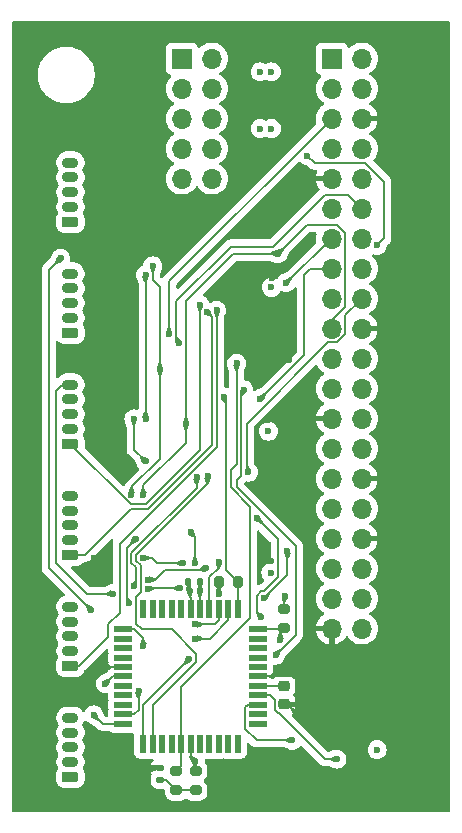
<source format=gbr>
%TF.GenerationSoftware,KiCad,Pcbnew,8.0.7*%
%TF.CreationDate,2025-01-23T07:49:24-08:00*%
%TF.ProjectId,plex-loader,706c6578-2d6c-46f6-9164-65722e6b6963,rev?*%
%TF.SameCoordinates,Original*%
%TF.FileFunction,Copper,L4,Bot*%
%TF.FilePolarity,Positive*%
%FSLAX46Y46*%
G04 Gerber Fmt 4.6, Leading zero omitted, Abs format (unit mm)*
G04 Created by KiCad (PCBNEW 8.0.7) date 2025-01-23 07:49:24*
%MOMM*%
%LPD*%
G01*
G04 APERTURE LIST*
G04 Aperture macros list*
%AMRoundRect*
0 Rectangle with rounded corners*
0 $1 Rounding radius*
0 $2 $3 $4 $5 $6 $7 $8 $9 X,Y pos of 4 corners*
0 Add a 4 corners polygon primitive as box body*
4,1,4,$2,$3,$4,$5,$6,$7,$8,$9,$2,$3,0*
0 Add four circle primitives for the rounded corners*
1,1,$1+$1,$2,$3*
1,1,$1+$1,$4,$5*
1,1,$1+$1,$6,$7*
1,1,$1+$1,$8,$9*
0 Add four rect primitives between the rounded corners*
20,1,$1+$1,$2,$3,$4,$5,0*
20,1,$1+$1,$4,$5,$6,$7,0*
20,1,$1+$1,$6,$7,$8,$9,0*
20,1,$1+$1,$8,$9,$2,$3,0*%
G04 Aperture macros list end*
%TA.AperFunction,ComponentPad*%
%ADD10RoundRect,0.225000X0.475000X-0.225000X0.475000X0.225000X-0.475000X0.225000X-0.475000X-0.225000X0*%
%TD*%
%TA.AperFunction,ComponentPad*%
%ADD11O,1.400000X0.900000*%
%TD*%
%TA.AperFunction,ComponentPad*%
%ADD12R,1.700000X1.700000*%
%TD*%
%TA.AperFunction,ComponentPad*%
%ADD13O,1.700000X1.700000*%
%TD*%
%TA.AperFunction,SMDPad,CuDef*%
%ADD14R,1.500000X0.550000*%
%TD*%
%TA.AperFunction,SMDPad,CuDef*%
%ADD15R,0.550000X1.500000*%
%TD*%
%TA.AperFunction,SMDPad,CuDef*%
%ADD16RoundRect,0.140000X-0.140000X-0.170000X0.140000X-0.170000X0.140000X0.170000X-0.140000X0.170000X0*%
%TD*%
%TA.AperFunction,SMDPad,CuDef*%
%ADD17RoundRect,0.225000X-0.250000X0.225000X-0.250000X-0.225000X0.250000X-0.225000X0.250000X0.225000X0*%
%TD*%
%TA.AperFunction,SMDPad,CuDef*%
%ADD18RoundRect,0.200000X0.200000X0.275000X-0.200000X0.275000X-0.200000X-0.275000X0.200000X-0.275000X0*%
%TD*%
%TA.AperFunction,SMDPad,CuDef*%
%ADD19RoundRect,0.200000X0.275000X-0.200000X0.275000X0.200000X-0.275000X0.200000X-0.275000X-0.200000X0*%
%TD*%
%TA.AperFunction,SMDPad,CuDef*%
%ADD20RoundRect,0.140000X-0.170000X0.140000X-0.170000X-0.140000X0.170000X-0.140000X0.170000X0.140000X0*%
%TD*%
%TA.AperFunction,SMDPad,CuDef*%
%ADD21RoundRect,0.200000X-0.275000X0.200000X-0.275000X-0.200000X0.275000X-0.200000X0.275000X0.200000X0*%
%TD*%
%TA.AperFunction,ViaPad*%
%ADD22C,0.600000*%
%TD*%
%TA.AperFunction,Conductor*%
%ADD23C,0.200000*%
%TD*%
G04 APERTURE END LIST*
D10*
%TO.P,J6,1,Pin_1*%
%TO.N,/MCLR6*%
X55432500Y-114500000D03*
D11*
%TO.P,J6,2,Pin_2*%
%TO.N,unconnected-(J6-Pin_2-Pad2)*%
X55432500Y-113250000D03*
%TO.P,J6,3,Pin_3*%
%TO.N,unconnected-(J6-Pin_3-Pad3)*%
X55432500Y-112000000D03*
%TO.P,J6,4,Pin_4*%
%TO.N,/PGD6*%
X55432500Y-110750000D03*
%TO.P,J6,5,Pin_5*%
%TO.N,/PGC6*%
X55432500Y-109500000D03*
%TD*%
D12*
%TO.P,J10,1,Pin_1*%
%TO.N,unconnected-(J10-Pin_1-Pad1)*%
X64859000Y-53683000D03*
D13*
%TO.P,J10,2,Pin_2*%
%TO.N,unconnected-(J10-Pin_2-Pad2)*%
X67399000Y-53683000D03*
%TO.P,J10,3,Pin_3*%
%TO.N,unconnected-(J10-Pin_3-Pad3)*%
X64859000Y-56223000D03*
%TO.P,J10,4,Pin_4*%
%TO.N,unconnected-(J10-Pin_4-Pad4)*%
X67399000Y-56223000D03*
%TO.P,J10,5,Pin_5*%
%TO.N,unconnected-(J10-Pin_5-Pad5)*%
X64859000Y-58763000D03*
%TO.P,J10,6,Pin_6*%
%TO.N,unconnected-(J10-Pin_6-Pad6)*%
X67399000Y-58763000D03*
%TO.P,J10,7,Pin_7*%
%TO.N,unconnected-(J10-Pin_7-Pad7)*%
X64859000Y-61303000D03*
%TO.P,J10,8,Pin_8*%
%TO.N,unconnected-(J10-Pin_8-Pad8)*%
X67399000Y-61303000D03*
%TO.P,J10,9,Pin_9*%
%TO.N,unconnected-(J10-Pin_9-Pad9)*%
X64859000Y-63843000D03*
%TO.P,J10,10,Pin_10*%
%TO.N,unconnected-(J10-Pin_10-Pad10)*%
X67399000Y-63843000D03*
%TD*%
D10*
%TO.P,J3,1,Pin_1*%
%TO.N,/MCLR3*%
X55432500Y-86300000D03*
D11*
%TO.P,J3,2,Pin_2*%
%TO.N,unconnected-(J3-Pin_2-Pad2)*%
X55432500Y-85050000D03*
%TO.P,J3,3,Pin_3*%
%TO.N,unconnected-(J3-Pin_3-Pad3)*%
X55432500Y-83800000D03*
%TO.P,J3,4,Pin_4*%
%TO.N,/PGD3*%
X55432500Y-82550000D03*
%TO.P,J3,5,Pin_5*%
%TO.N,/PGC3*%
X55432500Y-81300000D03*
%TD*%
D10*
%TO.P,J4,1,Pin_1*%
%TO.N,/MCLR4*%
X55432500Y-95700000D03*
D11*
%TO.P,J4,2,Pin_2*%
%TO.N,unconnected-(J4-Pin_2-Pad2)*%
X55432500Y-94450000D03*
%TO.P,J4,3,Pin_3*%
%TO.N,unconnected-(J4-Pin_3-Pad3)*%
X55432500Y-93200000D03*
%TO.P,J4,4,Pin_4*%
%TO.N,/PGD4*%
X55432500Y-91950000D03*
%TO.P,J4,5,Pin_5*%
%TO.N,/PGC4*%
X55432500Y-90700000D03*
%TD*%
D12*
%TO.P,J9,1,Pin_1*%
%TO.N,+3.3V*%
X77559000Y-53683000D03*
D13*
%TO.P,J9,2,Pin_2*%
%TO.N,+5V*%
X80099000Y-53683000D03*
%TO.P,J9,3,Pin_3*%
%TO.N,/GPIO2*%
X77559000Y-56223000D03*
%TO.P,J9,4,Pin_4*%
%TO.N,+5V*%
X80099000Y-56223000D03*
%TO.P,J9,5,Pin_5*%
%TO.N,/GPIO3*%
X77559000Y-58763000D03*
%TO.P,J9,6,Pin_6*%
%TO.N,GND*%
X80099000Y-58763000D03*
%TO.P,J9,7,Pin_7*%
%TO.N,unconnected-(J9-Pin_7-Pad7)*%
X77559000Y-61303000D03*
%TO.P,J9,8,Pin_8*%
%TO.N,unconnected-(J9-Pin_8-Pad8)*%
X80099000Y-61303000D03*
%TO.P,J9,9,Pin_9*%
%TO.N,GND*%
X77559000Y-63843000D03*
%TO.P,J9,10,Pin_10*%
%TO.N,unconnected-(J9-Pin_10-Pad10)*%
X80099000Y-63843000D03*
%TO.P,J9,11,Pin_11*%
%TO.N,/GPIO17*%
X77559000Y-66383000D03*
%TO.P,J9,12,Pin_12*%
%TO.N,/GPIO18*%
X80099000Y-66383000D03*
%TO.P,J9,13,Pin_13*%
%TO.N,/GPIO27*%
X77559000Y-68923000D03*
%TO.P,J9,14,Pin_14*%
%TO.N,GND*%
X80099000Y-68923000D03*
%TO.P,J9,15,Pin_15*%
%TO.N,/GPIO22*%
X77559000Y-71463000D03*
%TO.P,J9,16,Pin_16*%
%TO.N,/GPIO23*%
X80099000Y-71463000D03*
%TO.P,J9,17,Pin_17*%
%TO.N,+3.3V*%
X77559000Y-74003000D03*
%TO.P,J9,18,Pin_18*%
%TO.N,/GPIO24*%
X80099000Y-74003000D03*
%TO.P,J9,19,Pin_19*%
%TO.N,/GPIO10*%
X77559000Y-76543000D03*
%TO.P,J9,20,Pin_20*%
%TO.N,GND*%
X80099000Y-76543000D03*
%TO.P,J9,21,Pin_21*%
%TO.N,unconnected-(J9-Pin_21-Pad21)*%
X77559000Y-79083000D03*
%TO.P,J9,22,Pin_22*%
%TO.N,/GPIO25*%
X80099000Y-79083000D03*
%TO.P,J9,23,Pin_23*%
%TO.N,unconnected-(J9-Pin_23-Pad23)*%
X77559000Y-81623000D03*
%TO.P,J9,24,Pin_24*%
%TO.N,unconnected-(J9-Pin_24-Pad24)*%
X80099000Y-81623000D03*
%TO.P,J9,25,Pin_25*%
%TO.N,GND*%
X77559000Y-84163000D03*
%TO.P,J9,26,Pin_26*%
%TO.N,unconnected-(J9-Pin_26-Pad26)*%
X80099000Y-84163000D03*
%TO.P,J9,27,Pin_27*%
%TO.N,unconnected-(J9-Pin_27-Pad27)*%
X77559000Y-86703000D03*
%TO.P,J9,28,Pin_28*%
%TO.N,unconnected-(J9-Pin_28-Pad28)*%
X80099000Y-86703000D03*
%TO.P,J9,29,Pin_29*%
%TO.N,unconnected-(J9-Pin_29-Pad29)*%
X77559000Y-89243000D03*
%TO.P,J9,30,Pin_30*%
%TO.N,GND*%
X80099000Y-89243000D03*
%TO.P,J9,31,Pin_31*%
%TO.N,unconnected-(J9-Pin_31-Pad31)*%
X77559000Y-91783000D03*
%TO.P,J9,32,Pin_32*%
%TO.N,unconnected-(J9-Pin_32-Pad32)*%
X80099000Y-91783000D03*
%TO.P,J9,33,Pin_33*%
%TO.N,unconnected-(J9-Pin_33-Pad33)*%
X77559000Y-94323000D03*
%TO.P,J9,34,Pin_34*%
%TO.N,GND*%
X80099000Y-94323000D03*
%TO.P,J9,35,Pin_35*%
%TO.N,unconnected-(J9-Pin_35-Pad35)*%
X77559000Y-96863000D03*
%TO.P,J9,36,Pin_36*%
%TO.N,unconnected-(J9-Pin_36-Pad36)*%
X80099000Y-96863000D03*
%TO.P,J9,37,Pin_37*%
%TO.N,unconnected-(J9-Pin_37-Pad37)*%
X77559000Y-99403000D03*
%TO.P,J9,38,Pin_38*%
%TO.N,unconnected-(J9-Pin_38-Pad38)*%
X80099000Y-99403000D03*
%TO.P,J9,39,Pin_39*%
%TO.N,GND*%
X77559000Y-101943000D03*
%TO.P,J9,40,Pin_40*%
%TO.N,unconnected-(J9-Pin_40-Pad40)*%
X80099000Y-101943000D03*
%TD*%
D10*
%TO.P,J2,1,Pin_1*%
%TO.N,/MCLR2*%
X55432500Y-76900000D03*
D11*
%TO.P,J2,2,Pin_2*%
%TO.N,unconnected-(J2-Pin_2-Pad2)*%
X55432500Y-75650000D03*
%TO.P,J2,3,Pin_3*%
%TO.N,unconnected-(J2-Pin_3-Pad3)*%
X55432500Y-74400000D03*
%TO.P,J2,4,Pin_4*%
%TO.N,/PGD2*%
X55432500Y-73150000D03*
%TO.P,J2,5,Pin_5*%
%TO.N,/PGC2*%
X55432500Y-71900000D03*
%TD*%
D10*
%TO.P,J5,1,Pin_1*%
%TO.N,/MCLR5*%
X55432500Y-105100000D03*
D11*
%TO.P,J5,2,Pin_2*%
%TO.N,unconnected-(J5-Pin_2-Pad2)*%
X55432500Y-103850000D03*
%TO.P,J5,3,Pin_3*%
%TO.N,unconnected-(J5-Pin_3-Pad3)*%
X55432500Y-102600000D03*
%TO.P,J5,4,Pin_4*%
%TO.N,/PGD5*%
X55432500Y-101350000D03*
%TO.P,J5,5,Pin_5*%
%TO.N,/PGC5*%
X55432500Y-100100000D03*
%TD*%
D10*
%TO.P,J1,1,Pin_1*%
%TO.N,/MCLR1*%
X55432500Y-67500000D03*
D11*
%TO.P,J1,2,Pin_2*%
%TO.N,unconnected-(J1-Pin_2-Pad2)*%
X55432500Y-66250000D03*
%TO.P,J1,3,Pin_3*%
%TO.N,unconnected-(J1-Pin_3-Pad3)*%
X55432500Y-65000000D03*
%TO.P,J1,4,Pin_4*%
%TO.N,/PGD1*%
X55432500Y-63750000D03*
%TO.P,J1,5,Pin_5*%
%TO.N,/PGC1*%
X55432500Y-62500000D03*
%TD*%
D14*
%TO.P,U4,1,SDA1/RP9/CN21/PMD3/RB9*%
%TO.N,/GPIO2*%
X71300000Y-102000000D03*
%TO.P,U4,2,RP22/CN18/PMA1/RC6*%
%TO.N,unconnected-(U4-RP22{slash}CN18{slash}PMA1{slash}RC6-Pad2)*%
X71300000Y-102800000D03*
%TO.P,U4,3,RP23/CN17/PMA0/RC7*%
%TO.N,unconnected-(U4-RP23{slash}CN17{slash}PMA0{slash}RC7-Pad3)*%
X71300000Y-103600000D03*
%TO.P,U4,4,RP24/CN20/PMA5/RC8*%
%TO.N,unconnected-(U4-RP24{slash}CN20{slash}PMA5{slash}RC8-Pad4)*%
X71300000Y-104400000D03*
%TO.P,U4,5,RP25/CN19/PMA6/RC9*%
%TO.N,unconnected-(U4-RP25{slash}CN19{slash}PMA6{slash}RC9-Pad5)*%
X71300000Y-105200000D03*
%TO.P,U4,6,VSS*%
%TO.N,GND*%
X71300000Y-106000000D03*
%TO.P,U4,7,VCAP*%
%TO.N,Net-(U4-VCAP)*%
X71300000Y-106800000D03*
%TO.P,U4,8,PGED2/EMCD2/RP10/CN16/PMD2/RB10*%
%TO.N,/dspic/B10*%
X71300000Y-107600000D03*
%TO.P,U4,9,PGEC2/RP11/CN15/PMD1/RB11*%
%TO.N,/dspic/B11*%
X71300000Y-108400000D03*
%TO.P,U4,10,AN12/RP12/CN14/PMD0/RB12*%
%TO.N,unconnected-(U4-AN12{slash}RP12{slash}CN14{slash}PMD0{slash}RB12-Pad10)*%
X71300000Y-109200000D03*
%TO.P,U4,11,AN11/RP13/CN13/PMRD/RB13*%
%TO.N,unconnected-(U4-AN11{slash}RP13{slash}CN13{slash}PMRD{slash}RB13-Pad11)*%
X71300000Y-110000000D03*
D15*
%TO.P,U4,12,TMS/PMA10/RA10*%
%TO.N,unconnected-(U4-TMS{slash}PMA10{slash}RA10-Pad12)*%
X69600000Y-111700000D03*
%TO.P,U4,13,TCK/PMA7/RA7*%
%TO.N,unconnected-(U4-TCK{slash}PMA7{slash}RA7-Pad13)*%
X68800000Y-111700000D03*
%TO.P,U4,14,AN10/RTCC/RP14/CN12/PMWR/RB14*%
%TO.N,unconnected-(U4-AN10{slash}RTCC{slash}RP14{slash}CN12{slash}PMWR{slash}RB14-Pad14)*%
X68000000Y-111700000D03*
%TO.P,U4,15,AN9/RP15/CN11/PMCS1/RB15*%
%TO.N,unconnected-(U4-AN9{slash}RP15{slash}CN11{slash}PMCS1{slash}RB15-Pad15)*%
X67200000Y-111700000D03*
%TO.P,U4,16,AVSS*%
%TO.N,GND*%
X66400000Y-111700000D03*
%TO.P,U4,17,AVDD*%
%TO.N,VDD*%
X65600000Y-111700000D03*
%TO.P,U4,18,~{MCLR}*%
%TO.N,/MCLR8*%
X64800000Y-111700000D03*
%TO.P,U4,19,AN0/VREF+/CN2/RA0*%
%TO.N,unconnected-(U4-AN0{slash}VREF+{slash}CN2{slash}RA0-Pad19)*%
X64000000Y-111700000D03*
%TO.P,U4,20,AN1/VREF-/CN3/RA1*%
%TO.N,unconnected-(U4-AN1{slash}VREF-{slash}CN3{slash}RA1-Pad20)*%
X63200000Y-111700000D03*
%TO.P,U4,21,PGED1/AN2/C2IN-/RP0/CN4/RB0*%
%TO.N,/PGD8*%
X62400000Y-111700000D03*
%TO.P,U4,22,PGEC1/AN3/C2IN+/RP1/CN5/RB1*%
%TO.N,/PGC8*%
X61600000Y-111700000D03*
D14*
%TO.P,U4,23,AN4/C1IN-/RP2/CN6/RB2*%
%TO.N,/dspic/B2*%
X59900000Y-110000000D03*
%TO.P,U4,24,AN5/C1IN+/RP3/CN7/RB3*%
%TO.N,/dspic/B3*%
X59900000Y-109200000D03*
%TO.P,U4,25,AN6/RP16/CN8/RC0*%
%TO.N,unconnected-(U4-AN6{slash}RP16{slash}CN8{slash}RC0-Pad25)*%
X59900000Y-108400000D03*
%TO.P,U4,26,AN7/RP17/CN9/RC1*%
%TO.N,unconnected-(U4-AN7{slash}RP17{slash}CN9{slash}RC1-Pad26)*%
X59900000Y-107600000D03*
%TO.P,U4,27,AN8/CVREF/RP18/PMA2/CN10/RC2*%
%TO.N,unconnected-(U4-AN8{slash}CVREF{slash}RP18{slash}PMA2{slash}CN10{slash}RC2-Pad27)*%
X59900000Y-106800000D03*
%TO.P,U4,28,VDD*%
%TO.N,VDD*%
X59900000Y-106000000D03*
%TO.P,U4,29,VSS*%
%TO.N,GND*%
X59900000Y-105200000D03*
%TO.P,U4,30,OSC1/CLKI/CN30/RA2*%
%TO.N,unconnected-(U4-OSC1{slash}CLKI{slash}CN30{slash}RA2-Pad30)*%
X59900000Y-104400000D03*
%TO.P,U4,31,OSC2/CLKO/CN29/RA3*%
%TO.N,unconnected-(U4-OSC2{slash}CLKO{slash}CN29{slash}RA3-Pad31)*%
X59900000Y-103600000D03*
%TO.P,U4,32,TDO/PMA8/RA8*%
%TO.N,unconnected-(U4-TDO{slash}PMA8{slash}RA8-Pad32)*%
X59900000Y-102800000D03*
%TO.P,U4,33,SOSCI/RP4/CN1/RB4*%
%TO.N,/dspic/B4*%
X59900000Y-102000000D03*
D15*
%TO.P,U4,34,SOSCO/T1CK/CN0/RA4*%
%TO.N,unconnected-(U4-SOSCO{slash}T1CK{slash}CN0{slash}RA4-Pad34)*%
X61600000Y-100300000D03*
%TO.P,U4,35,TDI/PMA9/RA9*%
%TO.N,unconnected-(U4-TDI{slash}PMA9{slash}RA9-Pad35)*%
X62400000Y-100300000D03*
%TO.P,U4,36,RP19/CN28/PMBE/RC3*%
%TO.N,unconnected-(U4-RP19{slash}CN28{slash}PMBE{slash}RC3-Pad36)*%
X63200000Y-100300000D03*
%TO.P,U4,37,RP20/CN25/PMA4/RC4*%
%TO.N,unconnected-(U4-RP20{slash}CN25{slash}PMA4{slash}RC4-Pad37)*%
X64000000Y-100300000D03*
%TO.P,U4,38,RP21/CN26/PMA3/RC5*%
%TO.N,unconnected-(U4-RP21{slash}CN26{slash}PMA3{slash}RC5-Pad38)*%
X64800000Y-100300000D03*
%TO.P,U4,39,VSS*%
%TO.N,GND*%
X65600000Y-100300000D03*
%TO.P,U4,40,VDD*%
%TO.N,VDD*%
X66400000Y-100300000D03*
%TO.P,U4,41,PGED3/ASDA1/RP5/CN27/PMD7/RB5*%
%TO.N,/dspic/B5*%
X67200000Y-100300000D03*
%TO.P,U4,42,PGEC3/ASCL1/RP6/CN24/PMD6/RB6*%
%TO.N,/dspic/B6*%
X68000000Y-100300000D03*
%TO.P,U4,43,INT0/RP7/CN23/PMD5/RB7*%
%TO.N,/dspic/B7*%
X68800000Y-100300000D03*
%TO.P,U4,44,SCL1/RP8/CN22/PMD4/RB8*%
%TO.N,/GPIO3*%
X69600000Y-100300000D03*
%TD*%
D16*
%TO.P,C5,1*%
%TO.N,GND*%
X65420000Y-98000000D03*
%TO.P,C5,2*%
%TO.N,VDD*%
X66380000Y-98000000D03*
%TD*%
D17*
%TO.P,C6,1*%
%TO.N,Net-(U4-VCAP)*%
X73500000Y-106825000D03*
%TO.P,C6,2*%
%TO.N,GND*%
X73500000Y-108375000D03*
%TD*%
D18*
%TO.P,R5,1*%
%TO.N,/GPIO3*%
X69625000Y-98000000D03*
%TO.P,R5,2*%
%TO.N,VDD*%
X67975000Y-98000000D03*
%TD*%
D19*
%TO.P,R2,1*%
%TO.N,Net-(C4-Pad2)*%
X64400000Y-115650000D03*
%TO.P,R2,2*%
%TO.N,/MCLR8*%
X64400000Y-114000000D03*
%TD*%
%TO.P,R6,1*%
%TO.N,/GPIO2*%
X73500000Y-101925000D03*
%TO.P,R6,2*%
%TO.N,VDD*%
X73500000Y-100275000D03*
%TD*%
D20*
%TO.P,C4,1*%
%TO.N,GND*%
X63035000Y-113775000D03*
%TO.P,C4,2*%
%TO.N,Net-(C4-Pad2)*%
X63035000Y-114735000D03*
%TD*%
D21*
%TO.P,R1,1*%
%TO.N,VDD*%
X66035000Y-114000000D03*
%TO.P,R1,2*%
%TO.N,Net-(C4-Pad2)*%
X66035000Y-115650000D03*
%TD*%
D22*
%TO.N,/GPIO10*%
X73000000Y-70200000D03*
X65200000Y-84600000D03*
X61600000Y-90600000D03*
%TO.N,GND*%
X59800000Y-77200000D03*
X72400000Y-96200000D03*
X72522353Y-72257342D03*
X81331500Y-104600000D03*
X74600000Y-109200000D03*
X60400000Y-115200000D03*
X58500000Y-87600000D03*
X73975735Y-79175735D03*
X57400000Y-106000000D03*
X74800000Y-106000000D03*
X78831500Y-104600000D03*
X57400000Y-96000000D03*
X65547484Y-98774999D03*
X59000000Y-68600000D03*
X72200000Y-84266301D03*
X62200000Y-113800000D03*
%TO.N,+3.3V*%
X75500000Y-61900000D03*
X81400000Y-69500000D03*
%TO.N,/PGD1*%
X61800000Y-72000000D03*
X61800000Y-84200000D03*
%TO.N,/PGC2*%
X61600000Y-95948930D03*
X65000000Y-96400000D03*
%TO.N,/PGC3*%
X62000000Y-98600000D03*
X64747481Y-98524998D03*
X59005855Y-98984280D03*
%TO.N,/MCLR3*%
X66397936Y-74524998D03*
%TO.N,/MCLR4*%
X67000000Y-75124998D03*
%TO.N,/PGC4*%
X66000000Y-96400000D03*
X65600000Y-93800000D03*
%TO.N,/PGC5*%
X62000000Y-97800000D03*
X66880996Y-96832467D03*
%TO.N,/MCLR5*%
X67800000Y-75000000D03*
%TO.N,/PGD5*%
X66123526Y-89125001D03*
X60800000Y-98384280D03*
%TO.N,/MCLR6*%
X70100000Y-81729275D03*
X72800000Y-104200000D03*
%TO.N,/PGD6*%
X71600000Y-101000000D03*
X71220728Y-92600000D03*
%TO.N,/PGC8*%
X65500000Y-104500000D03*
%TO.N,/MCLR8*%
X69500000Y-79500000D03*
%TO.N,/PGD8*%
X67048528Y-89048528D03*
%TO.N,/GPIO23*%
X73800000Y-95400000D03*
X71800000Y-99400000D03*
%TO.N,/GPIO22*%
X71500000Y-82500000D03*
%TO.N,/GPIO27*%
X73675735Y-72675735D03*
%TO.N,/GPIO18*%
X64600000Y-77800000D03*
%TO.N,/GPIO17*%
X60600000Y-90600000D03*
X62999997Y-80000000D03*
X62400000Y-71241051D03*
%TO.N,/GPIO24*%
X70500000Y-88700351D03*
%TO.N,VDD*%
X68000000Y-99000000D03*
X72449960Y-54807600D03*
X71500000Y-54807600D03*
X66388236Y-98763235D03*
X66000000Y-113200000D03*
X71500000Y-59607600D03*
X72400000Y-97200000D03*
X72200000Y-85226301D03*
X58400000Y-106600000D03*
X72449960Y-59607600D03*
X73600000Y-99200000D03*
X81400000Y-112200000D03*
X72448969Y-73053971D03*
%TO.N,/GPIO2*%
X73200000Y-102951473D03*
%TO.N,/GPIO3*%
X68400000Y-82324265D03*
X63800000Y-77000000D03*
%TO.N,/dspic/B2*%
X57400000Y-109248750D03*
%TO.N,/dspic/B3*%
X61200000Y-107200000D03*
%TO.N,/dspic/B4*%
X54600000Y-70600000D03*
X57200000Y-100400000D03*
X61600000Y-103400000D03*
%TO.N,/dspic/B5*%
X68000000Y-96340877D03*
X61800000Y-87800000D03*
X60800000Y-84200000D03*
%TO.N,/dspic/B6*%
X60943094Y-94343094D03*
X60400000Y-99800000D03*
X66000000Y-101600000D03*
%TO.N,/dspic/B7*%
X66000000Y-102800000D03*
%TO.N,/dspic/B10*%
X78000000Y-113000000D03*
%TO.N,/dspic/B11*%
X74200000Y-111400000D03*
%TD*%
D23*
%TO.N,Net-(C4-Pad2)*%
X63035000Y-114735000D02*
X63485000Y-114735000D01*
X66035000Y-115650000D02*
X64400000Y-115650000D01*
X63485000Y-114735000D02*
X64400000Y-115650000D01*
%TO.N,Net-(U4-VCAP)*%
X73475000Y-106800000D02*
X73500000Y-106825000D01*
X71300000Y-106800000D02*
X73475000Y-106800000D01*
%TO.N,/GPIO10*%
X61600000Y-89800000D02*
X65200000Y-86200000D01*
X78709000Y-74691000D02*
X77559000Y-75841000D01*
X77559000Y-75841000D02*
X77559000Y-76543000D01*
X69200000Y-70200000D02*
X73000000Y-70200000D01*
X61600000Y-90600000D02*
X61600000Y-89800000D01*
X78035346Y-67773000D02*
X78709000Y-68446654D01*
X73000000Y-70200000D02*
X75427000Y-67773000D01*
X65200000Y-84600000D02*
X65200000Y-74200000D01*
X75427000Y-67773000D02*
X78035346Y-67773000D01*
X65200000Y-86200000D02*
X65200000Y-84600000D01*
X65200000Y-74200000D02*
X69200000Y-70200000D01*
X78709000Y-68446654D02*
X78709000Y-74691000D01*
%TO.N,GND*%
X65420000Y-98000000D02*
X65420000Y-98647515D01*
X65420000Y-98647515D02*
X65547484Y-98774999D01*
X73775000Y-108375000D02*
X74600000Y-109200000D01*
X57400000Y-106000000D02*
X58200000Y-105200000D01*
X63010000Y-113800000D02*
X63035000Y-113775000D01*
X62200000Y-113800000D02*
X63010000Y-113800000D01*
X74800000Y-106000000D02*
X71300000Y-106000000D01*
X65547484Y-99297484D02*
X65600000Y-99350000D01*
X73500000Y-108375000D02*
X73775000Y-108375000D01*
X65547484Y-98774999D02*
X65547484Y-99297484D01*
X65600000Y-99350000D02*
X65600000Y-100300000D01*
X58200000Y-105200000D02*
X59900000Y-105200000D01*
%TO.N,+3.3V*%
X82000000Y-64117654D02*
X80382346Y-62500000D01*
X82000000Y-68900000D02*
X82000000Y-64117654D01*
X81400000Y-69500000D02*
X82000000Y-68900000D01*
X80382346Y-62500000D02*
X76100000Y-62500000D01*
X76100000Y-62500000D02*
X75500000Y-61900000D01*
%TO.N,/PGD1*%
X61800000Y-72000000D02*
X61800000Y-84200000D01*
%TO.N,/PGC2*%
X62348930Y-95948930D02*
X62800000Y-96400000D01*
X61600000Y-95948930D02*
X62348930Y-95948930D01*
X62800000Y-96400000D02*
X65000000Y-96400000D01*
%TO.N,/PGC3*%
X59005855Y-98984280D02*
X58990135Y-99000000D01*
X56800000Y-99000000D02*
X54200000Y-96400000D01*
X62075002Y-98524998D02*
X64747481Y-98524998D01*
X62000000Y-98600000D02*
X62075002Y-98524998D01*
X54200000Y-81800000D02*
X54700000Y-81300000D01*
X54700000Y-81300000D02*
X55432500Y-81300000D01*
X54200000Y-96400000D02*
X54200000Y-81800000D01*
X58990135Y-99000000D02*
X56800000Y-99000000D01*
%TO.N,/MCLR3*%
X55432500Y-86300000D02*
X60532500Y-91400000D01*
X60532500Y-91400000D02*
X61834314Y-91400000D01*
X61834314Y-91400000D02*
X66397936Y-86836378D01*
X66397936Y-86836378D02*
X66397936Y-74524998D01*
%TO.N,/MCLR4*%
X60600000Y-91800000D02*
X56700000Y-95700000D01*
X67400000Y-75524998D02*
X67400000Y-86400000D01*
X67400000Y-86400000D02*
X62000000Y-91800000D01*
X56700000Y-95700000D02*
X55432500Y-95700000D01*
X62000000Y-91800000D02*
X60600000Y-91800000D01*
X67000000Y-75124998D02*
X67400000Y-75524998D01*
%TO.N,/PGC4*%
X66000000Y-94200000D02*
X66000000Y-96400000D01*
X65600000Y-93800000D02*
X66000000Y-94200000D01*
%TO.N,/PGC5*%
X66713463Y-97000000D02*
X66880996Y-96832467D01*
X63400000Y-97000000D02*
X66713463Y-97000000D01*
X62600000Y-97800000D02*
X63400000Y-97000000D01*
X62000000Y-97800000D02*
X62600000Y-97800000D01*
%TO.N,/MCLR5*%
X59605855Y-98735751D02*
X59605855Y-100594145D01*
X67800000Y-75000000D02*
X67800000Y-86600000D01*
X56132500Y-105100000D02*
X55432500Y-105100000D01*
X58600000Y-102632500D02*
X56132500Y-105100000D01*
X59600000Y-98729896D02*
X59605855Y-98735751D01*
X67800000Y-86600000D02*
X59600000Y-94800000D01*
X59605855Y-100594145D02*
X58600000Y-101600000D01*
X59600000Y-94800000D02*
X59600000Y-98729896D01*
X58600000Y-101600000D02*
X58600000Y-102632500D01*
%TO.N,/PGD5*%
X60800000Y-98384280D02*
X61000000Y-98184280D01*
X61000000Y-96763145D02*
X60600000Y-96363145D01*
X61000000Y-98184280D02*
X61000000Y-96763145D01*
X66123526Y-90011191D02*
X66123526Y-89125001D01*
X60600000Y-96363145D02*
X60600000Y-95534717D01*
X60600000Y-95534717D02*
X66123526Y-90011191D01*
%TO.N,/MCLR6*%
X69900000Y-81929275D02*
X70100000Y-81729275D01*
X69900000Y-89000000D02*
X69900000Y-81929275D01*
X74500000Y-94934314D02*
X69532843Y-89967157D01*
X69532843Y-89367157D02*
X69900000Y-89000000D01*
X74500000Y-102500000D02*
X74500000Y-94934314D01*
X72800000Y-104200000D02*
X74500000Y-102500000D01*
X69532843Y-89967157D02*
X69532843Y-89367157D01*
%TO.N,/PGD6*%
X73000000Y-94379272D02*
X71220728Y-92600000D01*
X71200000Y-100600000D02*
X71200000Y-99151471D01*
X71600000Y-101000000D02*
X71200000Y-100600000D01*
X71800000Y-98800000D02*
X73000000Y-97600000D01*
X73000000Y-97600000D02*
X73000000Y-94379272D01*
X71551471Y-98800000D02*
X71800000Y-98800000D01*
X71200000Y-99151471D02*
X71551471Y-98800000D01*
%TO.N,/PGC8*%
X61600000Y-111700000D02*
X61600000Y-108400000D01*
X61600000Y-108400000D02*
X65500000Y-104500000D01*
%TO.N,/MCLR8*%
X69500000Y-88048932D02*
X69500000Y-79500000D01*
X69000000Y-90000000D02*
X69000000Y-88548932D01*
X64400000Y-114000000D02*
X64800000Y-113600000D01*
X70620728Y-101054272D02*
X70620728Y-91620728D01*
X70620728Y-91620728D02*
X69000000Y-90000000D01*
X64800000Y-113600000D02*
X64800000Y-111700000D01*
X64800000Y-106875000D02*
X70620728Y-101054272D01*
X69000000Y-88548932D02*
X69500000Y-88048932D01*
X64800000Y-111700000D02*
X64800000Y-106875000D01*
%TO.N,/PGD8*%
X61000000Y-96197459D02*
X61400000Y-96597459D01*
X66100000Y-104100000D02*
X66100000Y-104748529D01*
X61500000Y-102000000D02*
X64000000Y-102000000D01*
X67048528Y-89048528D02*
X67048528Y-89651875D01*
X67048528Y-89651875D02*
X61000000Y-95700403D01*
X61025000Y-101525000D02*
X61500000Y-102000000D01*
X61025000Y-99250000D02*
X61025000Y-101525000D01*
X62400000Y-108448529D02*
X62400000Y-111700000D01*
X61400000Y-98875000D02*
X61025000Y-99250000D01*
X61000000Y-95700403D02*
X61000000Y-96197459D01*
X64000000Y-102000000D02*
X66100000Y-104100000D01*
X66100000Y-104748529D02*
X62400000Y-108448529D01*
X61400000Y-96597459D02*
X61400000Y-98875000D01*
%TO.N,/GPIO23*%
X73800000Y-97400000D02*
X73800000Y-95400000D01*
X71800000Y-99400000D02*
X73800000Y-97400000D01*
%TO.N,/GPIO22*%
X75737000Y-71463000D02*
X77559000Y-71463000D01*
X75200000Y-78800000D02*
X75200000Y-72000000D01*
X71500000Y-82500000D02*
X75200000Y-78800000D01*
X75200000Y-72000000D02*
X75737000Y-71463000D01*
%TO.N,/GPIO27*%
X73724265Y-72675735D02*
X77477000Y-68923000D01*
X77477000Y-68923000D02*
X77559000Y-68923000D01*
X73675735Y-72675735D02*
X73724265Y-72675735D01*
%TO.N,/GPIO18*%
X69000000Y-69600000D02*
X64400000Y-74200000D01*
X69600000Y-69600000D02*
X69800000Y-69600000D01*
X80099000Y-66383000D02*
X78949000Y-65233000D01*
X69800000Y-69600000D02*
X69000000Y-69600000D01*
X64400000Y-74200000D02*
X64400000Y-77600000D01*
X78949000Y-65233000D02*
X76967000Y-65233000D01*
X64400000Y-77600000D02*
X64600000Y-77800000D01*
X72600000Y-69600000D02*
X69600000Y-69600000D01*
X76967000Y-65233000D02*
X72600000Y-69600000D01*
%TO.N,/GPIO17*%
X62999997Y-80000000D02*
X62999997Y-87600003D01*
X62400000Y-72400000D02*
X62999997Y-72999997D01*
X62400000Y-71241051D02*
X62400000Y-72400000D01*
X60600000Y-90000000D02*
X60600000Y-90600000D01*
X62999997Y-72999997D02*
X62999997Y-80000000D01*
X62999997Y-87600003D02*
X60600000Y-90000000D01*
%TO.N,/GPIO24*%
X78035346Y-77693000D02*
X78709000Y-77019346D01*
X78709000Y-77019346D02*
X78709000Y-75393000D01*
X77271971Y-77693000D02*
X78035346Y-77693000D01*
X70500000Y-88700351D02*
X70372199Y-88572550D01*
X70372199Y-84592772D02*
X77271971Y-77693000D01*
X78709000Y-75393000D02*
X80099000Y-74003000D01*
X70372199Y-88572550D02*
X70372199Y-84592772D01*
%TO.N,VDD*%
X59900000Y-106000000D02*
X59000000Y-106000000D01*
X67975000Y-98000000D02*
X67975000Y-98975000D01*
X73500000Y-100275000D02*
X73500000Y-99300000D01*
X66000000Y-113965000D02*
X66035000Y-114000000D01*
X59000000Y-106000000D02*
X58400000Y-106600000D01*
X66000000Y-113200000D02*
X65600000Y-112800000D01*
X65600000Y-112800000D02*
X65600000Y-111700000D01*
X66388236Y-98763235D02*
X66400000Y-98774999D01*
X67975000Y-98975000D02*
X68000000Y-99000000D01*
X66000000Y-113200000D02*
X66000000Y-113965000D01*
X73500000Y-99300000D02*
X73600000Y-99200000D01*
X66380000Y-98754999D02*
X66388236Y-98763235D01*
X66380000Y-98000000D02*
X66380000Y-98754999D01*
X66400000Y-98774999D02*
X66400000Y-100300000D01*
%TO.N,/GPIO2*%
X73200000Y-102951473D02*
X73200000Y-102225000D01*
X71300000Y-102000000D02*
X73425000Y-102000000D01*
X73200000Y-102225000D02*
X73500000Y-101925000D01*
X73425000Y-102000000D02*
X73500000Y-101925000D01*
%TO.N,/GPIO3*%
X69625000Y-98000000D02*
X69625000Y-100275000D01*
X68600000Y-82524265D02*
X68600000Y-96975000D01*
X69625000Y-100275000D02*
X69600000Y-100300000D01*
X68400000Y-82324265D02*
X68600000Y-82524265D01*
X63800000Y-77000000D02*
X63800000Y-72522000D01*
X63800000Y-72522000D02*
X77559000Y-58763000D01*
X68600000Y-96975000D02*
X69625000Y-98000000D01*
%TO.N,/dspic/B2*%
X57400000Y-109248750D02*
X58151250Y-110000000D01*
X58151250Y-110000000D02*
X59900000Y-110000000D01*
%TO.N,/dspic/B3*%
X60850000Y-109200000D02*
X59900000Y-109200000D01*
X61200000Y-108850000D02*
X60850000Y-109200000D01*
X61200000Y-107200000D02*
X61200000Y-108850000D01*
%TO.N,/dspic/B4*%
X53600000Y-71600000D02*
X53600000Y-96800000D01*
X54600000Y-70600000D02*
X53600000Y-71600000D01*
X60850000Y-102000000D02*
X59900000Y-102000000D01*
X61600000Y-102750000D02*
X60850000Y-102000000D01*
X61600000Y-103400000D02*
X61600000Y-102750000D01*
X53600000Y-96800000D02*
X57200000Y-100400000D01*
%TO.N,/dspic/B5*%
X67200000Y-97587352D02*
X67200000Y-100300000D01*
X60800000Y-84200000D02*
X60800000Y-86800000D01*
X60800000Y-86800000D02*
X61800000Y-87800000D01*
X68000000Y-96340877D02*
X68000000Y-96787352D01*
X68000000Y-96787352D02*
X67200000Y-97587352D01*
%TO.N,/dspic/B6*%
X68000000Y-100300000D02*
X68000000Y-101250000D01*
X60200000Y-99600000D02*
X60200000Y-95086188D01*
X60200000Y-95086188D02*
X60943094Y-94343094D01*
X68000000Y-101250000D02*
X67650000Y-101600000D01*
X60400000Y-99800000D02*
X60200000Y-99600000D01*
X67650000Y-101600000D02*
X66000000Y-101600000D01*
%TO.N,/dspic/B7*%
X67250000Y-102800000D02*
X68800000Y-101250000D01*
X68800000Y-101250000D02*
X68800000Y-100300000D01*
X66000000Y-102800000D02*
X67250000Y-102800000D01*
%TO.N,/dspic/B10*%
X72325000Y-107600000D02*
X71300000Y-107600000D01*
X73026304Y-109125000D02*
X72725000Y-108823696D01*
X72725000Y-108000000D02*
X72325000Y-107600000D01*
X73125000Y-109125000D02*
X73026304Y-109125000D01*
X78000000Y-113000000D02*
X77000000Y-113000000D01*
X77000000Y-113000000D02*
X73125000Y-109125000D01*
X72725000Y-108823696D02*
X72725000Y-108000000D01*
%TO.N,/dspic/B11*%
X70250000Y-110450000D02*
X71200000Y-111400000D01*
X71300000Y-108400000D02*
X70475000Y-108400000D01*
X70250000Y-108625000D02*
X70250000Y-110450000D01*
X70475000Y-108400000D02*
X70250000Y-108625000D01*
X71200000Y-111400000D02*
X74200000Y-111400000D01*
%TD*%
%TA.AperFunction,Conductor*%
%TO.N,GND*%
G36*
X58996387Y-94355360D02*
G01*
X59052320Y-94397232D01*
X59076737Y-94462696D01*
X59061885Y-94530969D01*
X59060441Y-94533540D01*
X59040425Y-94568209D01*
X59040424Y-94568210D01*
X59029295Y-94609746D01*
X58999499Y-94720943D01*
X58999499Y-94720945D01*
X58999499Y-94889046D01*
X58999500Y-94889059D01*
X58999500Y-98068617D01*
X58979815Y-98135656D01*
X58927011Y-98181411D01*
X58889384Y-98191837D01*
X58826601Y-98198911D01*
X58826600Y-98198911D01*
X58733150Y-98231610D01*
X58721413Y-98235077D01*
X58692571Y-98242069D01*
X58692569Y-98242069D01*
X58692568Y-98242070D01*
X58433461Y-98345743D01*
X58321283Y-98390627D01*
X58275219Y-98399500D01*
X57100097Y-98399500D01*
X57033058Y-98379815D01*
X57012416Y-98363181D01*
X55511415Y-96862180D01*
X55477930Y-96800857D01*
X55482914Y-96731165D01*
X55524786Y-96675232D01*
X55590250Y-96650815D01*
X55599096Y-96650499D01*
X55955838Y-96650499D01*
X55955844Y-96650499D01*
X55955852Y-96650498D01*
X55955855Y-96650498D01*
X56010260Y-96644940D01*
X56055208Y-96640349D01*
X56216197Y-96587003D01*
X56360544Y-96497968D01*
X56480468Y-96378044D01*
X56491965Y-96359403D01*
X56543912Y-96312679D01*
X56597504Y-96300500D01*
X56613331Y-96300500D01*
X56613347Y-96300501D01*
X56620943Y-96300501D01*
X56779054Y-96300501D01*
X56779057Y-96300501D01*
X56931785Y-96259577D01*
X56981904Y-96230639D01*
X57068716Y-96180520D01*
X57180520Y-96068716D01*
X57180520Y-96068714D01*
X57190728Y-96058507D01*
X57190729Y-96058504D01*
X58865375Y-94383859D01*
X58926695Y-94350376D01*
X58996387Y-94355360D01*
G37*
%TD.AperFunction*%
%TA.AperFunction,Conductor*%
G36*
X71426431Y-93655384D02*
G01*
X71432909Y-93661416D01*
X72363181Y-94591688D01*
X72396666Y-94653011D01*
X72399500Y-94679369D01*
X72399500Y-96283677D01*
X72379815Y-96350716D01*
X72327011Y-96396471D01*
X72289384Y-96406897D01*
X72220750Y-96414630D01*
X72050478Y-96474210D01*
X71897737Y-96570184D01*
X71770184Y-96697737D01*
X71674211Y-96850476D01*
X71614631Y-97020745D01*
X71614630Y-97020750D01*
X71594435Y-97199996D01*
X71594435Y-97200003D01*
X71614630Y-97379249D01*
X71614631Y-97379254D01*
X71674211Y-97549523D01*
X71770184Y-97702262D01*
X71770185Y-97702263D01*
X71821662Y-97753741D01*
X71855146Y-97815064D01*
X71850161Y-97884756D01*
X71821661Y-97929102D01*
X71587582Y-98163182D01*
X71526262Y-98196666D01*
X71499903Y-98199500D01*
X71472414Y-98199500D01*
X71377321Y-98224980D01*
X71307471Y-98223317D01*
X71249609Y-98184154D01*
X71222105Y-98119926D01*
X71221228Y-98105205D01*
X71221228Y-93749097D01*
X71240913Y-93682058D01*
X71293717Y-93636303D01*
X71362875Y-93626359D01*
X71426431Y-93655384D01*
G37*
%TD.AperFunction*%
%TA.AperFunction,Conductor*%
G36*
X76213536Y-68393185D02*
G01*
X76259291Y-68445989D01*
X76269235Y-68515147D01*
X76266272Y-68529593D01*
X76223938Y-68687586D01*
X76223936Y-68687596D01*
X76203341Y-68922999D01*
X76203341Y-68923000D01*
X76223937Y-69158409D01*
X76223937Y-69158410D01*
X76240998Y-69222086D01*
X76239334Y-69291935D01*
X76208904Y-69341858D01*
X73796820Y-71753943D01*
X73753881Y-71781909D01*
X73389603Y-71922840D01*
X73382658Y-71925588D01*
X73382480Y-71925660D01*
X73382453Y-71925671D01*
X73350376Y-71940784D01*
X73338493Y-71945648D01*
X73326218Y-71949943D01*
X73326213Y-71949946D01*
X73173472Y-72045919D01*
X73045917Y-72173474D01*
X72972159Y-72290859D01*
X72919824Y-72337150D01*
X72850771Y-72347797D01*
X72804777Y-72331174D01*
X72804764Y-72331202D01*
X72804496Y-72331073D01*
X72801195Y-72329880D01*
X72798494Y-72328183D01*
X72628223Y-72268602D01*
X72628218Y-72268601D01*
X72448973Y-72248406D01*
X72448965Y-72248406D01*
X72269719Y-72268601D01*
X72269714Y-72268602D01*
X72099445Y-72328182D01*
X71946706Y-72424155D01*
X71819153Y-72551708D01*
X71723180Y-72704447D01*
X71663600Y-72874716D01*
X71663599Y-72874721D01*
X71643404Y-73053967D01*
X71643404Y-73053974D01*
X71663599Y-73233220D01*
X71663600Y-73233225D01*
X71723180Y-73403494D01*
X71808541Y-73539344D01*
X71819153Y-73556233D01*
X71946707Y-73683787D01*
X71988159Y-73709833D01*
X72091871Y-73775000D01*
X72099447Y-73779760D01*
X72269714Y-73839339D01*
X72269719Y-73839340D01*
X72448965Y-73859536D01*
X72448969Y-73859536D01*
X72448973Y-73859536D01*
X72628218Y-73839340D01*
X72628221Y-73839339D01*
X72628224Y-73839339D01*
X72798491Y-73779760D01*
X72951231Y-73683787D01*
X73078785Y-73556233D01*
X73152544Y-73438845D01*
X73204878Y-73392556D01*
X73273931Y-73381908D01*
X73319926Y-73398531D01*
X73319940Y-73398504D01*
X73320209Y-73398633D01*
X73323511Y-73399827D01*
X73326209Y-73401522D01*
X73326210Y-73401522D01*
X73326213Y-73401524D01*
X73496480Y-73461103D01*
X73496485Y-73461104D01*
X73675731Y-73481300D01*
X73675735Y-73481300D01*
X73675739Y-73481300D01*
X73854984Y-73461104D01*
X73854987Y-73461103D01*
X73854990Y-73461103D01*
X74025257Y-73401524D01*
X74177997Y-73305551D01*
X74305551Y-73177997D01*
X74370507Y-73074619D01*
X74422841Y-73028330D01*
X74491894Y-73017682D01*
X74555743Y-73046057D01*
X74594115Y-73104446D01*
X74599500Y-73140593D01*
X74599500Y-78499902D01*
X74579815Y-78566941D01*
X74563181Y-78587583D01*
X71588055Y-81562708D01*
X71552663Y-81587463D01*
X71182159Y-81759767D01*
X71169870Y-81766125D01*
X71153870Y-81773024D01*
X71150477Y-81774211D01*
X71093581Y-81809961D01*
X71026344Y-81828960D01*
X70959509Y-81808591D01*
X70914295Y-81755323D01*
X70904390Y-81718849D01*
X70885369Y-81550025D01*
X70885368Y-81550020D01*
X70825788Y-81379751D01*
X70729815Y-81227012D01*
X70602262Y-81099459D01*
X70449521Y-81003485D01*
X70282867Y-80945171D01*
X70279255Y-80943907D01*
X70279254Y-80943906D01*
X70279249Y-80943905D01*
X70210616Y-80936172D01*
X70146202Y-80909105D01*
X70106647Y-80851510D01*
X70100500Y-80812952D01*
X70100500Y-80225025D01*
X70108022Y-80182494D01*
X70248166Y-79798686D01*
X70261071Y-79758117D01*
X70261241Y-79756739D01*
X70267262Y-79730994D01*
X70285368Y-79679255D01*
X70286041Y-79673283D01*
X70305565Y-79500003D01*
X70305565Y-79499996D01*
X70285369Y-79320750D01*
X70285368Y-79320745D01*
X70225788Y-79150476D01*
X70129815Y-78997737D01*
X70002262Y-78870184D01*
X69849523Y-78774211D01*
X69679254Y-78714631D01*
X69679249Y-78714630D01*
X69500004Y-78694435D01*
X69499996Y-78694435D01*
X69320750Y-78714630D01*
X69320745Y-78714631D01*
X69150476Y-78774211D01*
X68997737Y-78870184D01*
X68870184Y-78997737D01*
X68774211Y-79150476D01*
X68714631Y-79320745D01*
X68714630Y-79320750D01*
X68694435Y-79499996D01*
X68694435Y-79500003D01*
X68714631Y-79679252D01*
X68742268Y-79758236D01*
X68746570Y-79773663D01*
X68751833Y-79798685D01*
X68808690Y-79954396D01*
X68890795Y-80179256D01*
X68891978Y-80182494D01*
X68899500Y-80225025D01*
X68899500Y-81476193D01*
X68879815Y-81543232D01*
X68827011Y-81588987D01*
X68757853Y-81598931D01*
X68734546Y-81593235D01*
X68579249Y-81538895D01*
X68510616Y-81531162D01*
X68446202Y-81504095D01*
X68406647Y-81446500D01*
X68400500Y-81407942D01*
X68400500Y-75725025D01*
X68408022Y-75682494D01*
X68454072Y-75556379D01*
X68548166Y-75298686D01*
X68561071Y-75258117D01*
X68561241Y-75256739D01*
X68567262Y-75230994D01*
X68585368Y-75179255D01*
X68600597Y-75044092D01*
X68605565Y-75000003D01*
X68605565Y-74999996D01*
X68585369Y-74820750D01*
X68585368Y-74820745D01*
X68536411Y-74680834D01*
X68525789Y-74650478D01*
X68429816Y-74497738D01*
X68302262Y-74370184D01*
X68254847Y-74340391D01*
X68149523Y-74274211D01*
X67979254Y-74214631D01*
X67979249Y-74214630D01*
X67800004Y-74194435D01*
X67799996Y-74194435D01*
X67620750Y-74214630D01*
X67620745Y-74214631D01*
X67450476Y-74274211D01*
X67342598Y-74341996D01*
X67275361Y-74360996D01*
X67208526Y-74340628D01*
X67163312Y-74287360D01*
X67159584Y-74277956D01*
X67158274Y-74274211D01*
X67123725Y-74175476D01*
X67027752Y-74022736D01*
X66900198Y-73895182D01*
X66811326Y-73839340D01*
X66747455Y-73799207D01*
X66713393Y-73787288D01*
X66656617Y-73746567D01*
X66630870Y-73681614D01*
X66644326Y-73613052D01*
X66666664Y-73582569D01*
X69412416Y-70836819D01*
X69473739Y-70803334D01*
X69500097Y-70800500D01*
X72274974Y-70800500D01*
X72317505Y-70808022D01*
X72567565Y-70899329D01*
X72567567Y-70899329D01*
X72701314Y-70948165D01*
X72741824Y-70961054D01*
X72743226Y-70961227D01*
X72768956Y-70967246D01*
X72820745Y-70985368D01*
X72820749Y-70985368D01*
X72820751Y-70985369D01*
X72999996Y-71005565D01*
X73000000Y-71005565D01*
X73000004Y-71005565D01*
X73179249Y-70985369D01*
X73179252Y-70985368D01*
X73179255Y-70985368D01*
X73349522Y-70925789D01*
X73502262Y-70829816D01*
X73629816Y-70702262D01*
X73725789Y-70549522D01*
X73728024Y-70543132D01*
X73738470Y-70521917D01*
X73738085Y-70521704D01*
X73740225Y-70517845D01*
X73740236Y-70517830D01*
X73912532Y-70147337D01*
X73937283Y-70111950D01*
X75639416Y-68409819D01*
X75700739Y-68376334D01*
X75727097Y-68373500D01*
X76146497Y-68373500D01*
X76213536Y-68393185D01*
G37*
%TD.AperFunction*%
%TA.AperFunction,Conductor*%
G36*
X74862912Y-62410836D02*
G01*
X74907259Y-62439337D01*
X74997738Y-62529816D01*
X75150478Y-62625789D01*
X75320745Y-62685368D01*
X75407669Y-62695161D01*
X75472080Y-62722226D01*
X75481465Y-62730700D01*
X75615139Y-62864374D01*
X75615149Y-62864385D01*
X75619479Y-62868715D01*
X75619480Y-62868716D01*
X75731284Y-62980520D01*
X75818095Y-63030639D01*
X75818097Y-63030641D01*
X75856151Y-63052611D01*
X75868215Y-63059577D01*
X76020943Y-63100500D01*
X76179057Y-63100500D01*
X76221032Y-63100500D01*
X76288071Y-63120185D01*
X76333826Y-63172989D01*
X76343770Y-63242147D01*
X76333414Y-63276904D01*
X76285571Y-63379502D01*
X76285567Y-63379513D01*
X76228364Y-63592999D01*
X76228364Y-63593000D01*
X77125988Y-63593000D01*
X77093075Y-63650007D01*
X77059000Y-63777174D01*
X77059000Y-63908826D01*
X77093075Y-64035993D01*
X77125988Y-64093000D01*
X76228364Y-64093000D01*
X76285567Y-64306486D01*
X76285570Y-64306492D01*
X76385400Y-64520579D01*
X76385404Y-64520585D01*
X76508899Y-64696952D01*
X76531227Y-64763158D01*
X76514217Y-64830925D01*
X76495006Y-64855757D01*
X72387584Y-68963181D01*
X72326261Y-68996666D01*
X72299903Y-68999500D01*
X68920940Y-68999500D01*
X68880019Y-69010464D01*
X68880019Y-69010465D01*
X68842751Y-69020451D01*
X68768214Y-69040423D01*
X68768209Y-69040426D01*
X68631290Y-69119475D01*
X68631282Y-69119481D01*
X64612181Y-73138583D01*
X64550858Y-73172068D01*
X64481166Y-73167084D01*
X64425233Y-73125212D01*
X64400816Y-73059748D01*
X64400500Y-73050902D01*
X64400500Y-72822096D01*
X64420185Y-72755057D01*
X64436814Y-72734420D01*
X74731897Y-62439336D01*
X74793220Y-62405852D01*
X74862912Y-62410836D01*
G37*
%TD.AperFunction*%
%TA.AperFunction,Conductor*%
G36*
X87492939Y-50520185D02*
G01*
X87538694Y-50572989D01*
X87549900Y-50624500D01*
X87549900Y-117350900D01*
X87530215Y-117417939D01*
X87477411Y-117463694D01*
X87425900Y-117474900D01*
X50624500Y-117474900D01*
X50557461Y-117455215D01*
X50511706Y-117402411D01*
X50500500Y-117350900D01*
X50500500Y-96879054D01*
X52999498Y-96879054D01*
X52999499Y-96879057D01*
X53040423Y-97031785D01*
X53040424Y-97031786D01*
X53051997Y-97051831D01*
X53051998Y-97051834D01*
X53119475Y-97168709D01*
X53119481Y-97168717D01*
X53238349Y-97287585D01*
X53238355Y-97287590D01*
X54937750Y-98986985D01*
X54971235Y-99048308D01*
X54966251Y-99118000D01*
X54924379Y-99173933D01*
X54897522Y-99189227D01*
X54732272Y-99257676D01*
X54732262Y-99257681D01*
X54576592Y-99361697D01*
X54576588Y-99361700D01*
X54444200Y-99494088D01*
X54444197Y-99494092D01*
X54340181Y-99649762D01*
X54340176Y-99649771D01*
X54268527Y-99822748D01*
X54268525Y-99822756D01*
X54232000Y-100006379D01*
X54232000Y-100193620D01*
X54268525Y-100377243D01*
X54268527Y-100377251D01*
X54340176Y-100550228D01*
X54340180Y-100550235D01*
X54410923Y-100656110D01*
X54431800Y-100722787D01*
X54413315Y-100790167D01*
X54410923Y-100793890D01*
X54340180Y-100899764D01*
X54340176Y-100899771D01*
X54268527Y-101072748D01*
X54268525Y-101072756D01*
X54232000Y-101256379D01*
X54232000Y-101443620D01*
X54268525Y-101627243D01*
X54268527Y-101627251D01*
X54340176Y-101800228D01*
X54340180Y-101800235D01*
X54410923Y-101906110D01*
X54431800Y-101972787D01*
X54413315Y-102040167D01*
X54410923Y-102043890D01*
X54340180Y-102149764D01*
X54340176Y-102149771D01*
X54268527Y-102322748D01*
X54268525Y-102322756D01*
X54232000Y-102506379D01*
X54232000Y-102693620D01*
X54268525Y-102877243D01*
X54268527Y-102877251D01*
X54340176Y-103050228D01*
X54340180Y-103050235D01*
X54410923Y-103156110D01*
X54431800Y-103222787D01*
X54413315Y-103290167D01*
X54410923Y-103293890D01*
X54340180Y-103399764D01*
X54340176Y-103399771D01*
X54268527Y-103572748D01*
X54268525Y-103572756D01*
X54232000Y-103756379D01*
X54232000Y-103943620D01*
X54268525Y-104127243D01*
X54268527Y-104127251D01*
X54340177Y-104300230D01*
X54358041Y-104326965D01*
X54378919Y-104393643D01*
X54360478Y-104460953D01*
X54295498Y-104566300D01*
X54295496Y-104566305D01*
X54242151Y-104727290D01*
X54232000Y-104826647D01*
X54232000Y-105373337D01*
X54232001Y-105373355D01*
X54242150Y-105472707D01*
X54242151Y-105472710D01*
X54295496Y-105633694D01*
X54295501Y-105633705D01*
X54384529Y-105778040D01*
X54384532Y-105778044D01*
X54504455Y-105897967D01*
X54504459Y-105897970D01*
X54648794Y-105986998D01*
X54648797Y-105986999D01*
X54648803Y-105987003D01*
X54809792Y-106040349D01*
X54909155Y-106050500D01*
X55955844Y-106050499D01*
X55955852Y-106050498D01*
X55955855Y-106050498D01*
X56025996Y-106043333D01*
X56055208Y-106040349D01*
X56216197Y-105987003D01*
X56360544Y-105897968D01*
X56480468Y-105778044D01*
X56569503Y-105633697D01*
X56620456Y-105479929D01*
X56650478Y-105431255D01*
X58437821Y-103643912D01*
X58499142Y-103610429D01*
X58568834Y-103615413D01*
X58624767Y-103657285D01*
X58649184Y-103722749D01*
X58649500Y-103731594D01*
X58649500Y-103922869D01*
X58649501Y-103922879D01*
X58656367Y-103986751D01*
X58656367Y-104013257D01*
X58655909Y-104017516D01*
X58655909Y-104017517D01*
X58649500Y-104077127D01*
X58649500Y-104077132D01*
X58649500Y-104077133D01*
X58649500Y-104722870D01*
X58649501Y-104722876D01*
X58656619Y-104789092D01*
X58656619Y-104815599D01*
X58650000Y-104877169D01*
X58650000Y-104950000D01*
X58668591Y-104950000D01*
X58735630Y-104969685D01*
X58767855Y-104999686D01*
X58792454Y-105032546D01*
X58792455Y-105032546D01*
X58792456Y-105032548D01*
X58883540Y-105100734D01*
X58925411Y-105156668D01*
X58930395Y-105226359D01*
X58896909Y-105287682D01*
X58883540Y-105299266D01*
X58792457Y-105367451D01*
X58792448Y-105367460D01*
X58767856Y-105400311D01*
X58711923Y-105442182D01*
X58668590Y-105450000D01*
X58650000Y-105450000D01*
X58649750Y-105450249D01*
X58630315Y-105516440D01*
X58613682Y-105537082D01*
X58519480Y-105631284D01*
X58519478Y-105631286D01*
X58488054Y-105662710D01*
X58452663Y-105687463D01*
X58082159Y-105859767D01*
X58069870Y-105866125D01*
X58053870Y-105873024D01*
X58050476Y-105874211D01*
X57897737Y-105970184D01*
X57770184Y-106097737D01*
X57674211Y-106250476D01*
X57614631Y-106420745D01*
X57614630Y-106420750D01*
X57594435Y-106599996D01*
X57594435Y-106600003D01*
X57614630Y-106779249D01*
X57614631Y-106779254D01*
X57674211Y-106949523D01*
X57690210Y-106974985D01*
X57770184Y-107102262D01*
X57897738Y-107229816D01*
X58050478Y-107325789D01*
X58220745Y-107385368D01*
X58220750Y-107385369D01*
X58399996Y-107405565D01*
X58400000Y-107405565D01*
X58400003Y-107405565D01*
X58511616Y-107392989D01*
X58580438Y-107405043D01*
X58631818Y-107452392D01*
X58649500Y-107516209D01*
X58649500Y-107922870D01*
X58649501Y-107922879D01*
X58656367Y-107986751D01*
X58656367Y-108013257D01*
X58655909Y-108017516D01*
X58655909Y-108017517D01*
X58649500Y-108077127D01*
X58649500Y-108077132D01*
X58649500Y-108077133D01*
X58649500Y-108722870D01*
X58649501Y-108722879D01*
X58656367Y-108786751D01*
X58656367Y-108813257D01*
X58655909Y-108817516D01*
X58655909Y-108817517D01*
X58649500Y-108877127D01*
X58649500Y-108877132D01*
X58649500Y-108877133D01*
X58649500Y-108877136D01*
X58649501Y-109275500D01*
X58629817Y-109342539D01*
X58577013Y-109388294D01*
X58525501Y-109399500D01*
X58451347Y-109399500D01*
X58384308Y-109379815D01*
X58363666Y-109363181D01*
X58337287Y-109336802D01*
X58312532Y-109301409D01*
X58140246Y-108930940D01*
X58140243Y-108930935D01*
X58140236Y-108930919D01*
X58133874Y-108918623D01*
X58126970Y-108902605D01*
X58125789Y-108899228D01*
X58029816Y-108746488D01*
X57902262Y-108618934D01*
X57817100Y-108565423D01*
X57749523Y-108522961D01*
X57579254Y-108463381D01*
X57579249Y-108463380D01*
X57400004Y-108443185D01*
X57399996Y-108443185D01*
X57220750Y-108463380D01*
X57220745Y-108463381D01*
X57050476Y-108522961D01*
X56897737Y-108618934D01*
X56770184Y-108746487D01*
X56674208Y-108899230D01*
X56670372Y-108910196D01*
X56629650Y-108966972D01*
X56564697Y-108992719D01*
X56496136Y-108979262D01*
X56450229Y-108938132D01*
X56420802Y-108894092D01*
X56420799Y-108894088D01*
X56288411Y-108761700D01*
X56288407Y-108761697D01*
X56132737Y-108657681D01*
X56132728Y-108657676D01*
X55959751Y-108586027D01*
X55959743Y-108586025D01*
X55776120Y-108549500D01*
X55776116Y-108549500D01*
X55088884Y-108549500D01*
X55088879Y-108549500D01*
X54905256Y-108586025D01*
X54905248Y-108586027D01*
X54732271Y-108657676D01*
X54732262Y-108657681D01*
X54576592Y-108761697D01*
X54576588Y-108761700D01*
X54444200Y-108894088D01*
X54444197Y-108894092D01*
X54340181Y-109049762D01*
X54340176Y-109049771D01*
X54268527Y-109222748D01*
X54268525Y-109222756D01*
X54232000Y-109406379D01*
X54232000Y-109593620D01*
X54268525Y-109777243D01*
X54268527Y-109777251D01*
X54340176Y-109950228D01*
X54340180Y-109950235D01*
X54410923Y-110056110D01*
X54431800Y-110122787D01*
X54413315Y-110190167D01*
X54410923Y-110193890D01*
X54340180Y-110299764D01*
X54340176Y-110299771D01*
X54268527Y-110472748D01*
X54268525Y-110472756D01*
X54232000Y-110656379D01*
X54232000Y-110843620D01*
X54268525Y-111027243D01*
X54268527Y-111027251D01*
X54340176Y-111200228D01*
X54340180Y-111200235D01*
X54410923Y-111306110D01*
X54431800Y-111372787D01*
X54413315Y-111440167D01*
X54410923Y-111443890D01*
X54340180Y-111549764D01*
X54340176Y-111549771D01*
X54268527Y-111722748D01*
X54268525Y-111722756D01*
X54232000Y-111906379D01*
X54232000Y-112093620D01*
X54268525Y-112277243D01*
X54268527Y-112277251D01*
X54340176Y-112450228D01*
X54340180Y-112450235D01*
X54410923Y-112556110D01*
X54431800Y-112622787D01*
X54413315Y-112690167D01*
X54410923Y-112693890D01*
X54340180Y-112799764D01*
X54340176Y-112799771D01*
X54268527Y-112972748D01*
X54268525Y-112972756D01*
X54232000Y-113156379D01*
X54232000Y-113343620D01*
X54268525Y-113527243D01*
X54268527Y-113527251D01*
X54340177Y-113700230D01*
X54342067Y-113703058D01*
X54357254Y-113725788D01*
X54358041Y-113726965D01*
X54378919Y-113793643D01*
X54360478Y-113860953D01*
X54295498Y-113966300D01*
X54295496Y-113966305D01*
X54242151Y-114127290D01*
X54232000Y-114226647D01*
X54232000Y-114773337D01*
X54232001Y-114773355D01*
X54242150Y-114872707D01*
X54242151Y-114872710D01*
X54295496Y-115033694D01*
X54295501Y-115033705D01*
X54384529Y-115178040D01*
X54384532Y-115178044D01*
X54504455Y-115297967D01*
X54504459Y-115297970D01*
X54648794Y-115386998D01*
X54648797Y-115386999D01*
X54648803Y-115387003D01*
X54809792Y-115440349D01*
X54909155Y-115450500D01*
X55955844Y-115450499D01*
X55955852Y-115450498D01*
X55955855Y-115450498D01*
X56010260Y-115444940D01*
X56055208Y-115440349D01*
X56216197Y-115387003D01*
X56360544Y-115297968D01*
X56480468Y-115178044D01*
X56569503Y-115033697D01*
X56622849Y-114872708D01*
X56633000Y-114773345D01*
X56632999Y-114226656D01*
X56629396Y-114191389D01*
X56622849Y-114127292D01*
X56622848Y-114127289D01*
X56577947Y-113991786D01*
X56569503Y-113966303D01*
X56504521Y-113860952D01*
X56486081Y-113793561D01*
X56506959Y-113726964D01*
X56524822Y-113700231D01*
X56596473Y-113527251D01*
X56633000Y-113343616D01*
X56633000Y-113156384D01*
X56596473Y-112972749D01*
X56524822Y-112799769D01*
X56524819Y-112799764D01*
X56524818Y-112799762D01*
X56454077Y-112693891D01*
X56433199Y-112627213D01*
X56451683Y-112559833D01*
X56454077Y-112556109D01*
X56524818Y-112450237D01*
X56524819Y-112450235D01*
X56524822Y-112450231D01*
X56596473Y-112277251D01*
X56633000Y-112093616D01*
X56633000Y-111906384D01*
X56596473Y-111722749D01*
X56524822Y-111549769D01*
X56524819Y-111549764D01*
X56524818Y-111549762D01*
X56454077Y-111443891D01*
X56433199Y-111377213D01*
X56451683Y-111309833D01*
X56454077Y-111306109D01*
X56524818Y-111200237D01*
X56524819Y-111200235D01*
X56524822Y-111200231D01*
X56596473Y-111027251D01*
X56633000Y-110843616D01*
X56633000Y-110656384D01*
X56596473Y-110472749D01*
X56524822Y-110299769D01*
X56524819Y-110299764D01*
X56524818Y-110299762D01*
X56454077Y-110193891D01*
X56433199Y-110127213D01*
X56451683Y-110059833D01*
X56454077Y-110056109D01*
X56524818Y-109950237D01*
X56524819Y-109950235D01*
X56524822Y-109950231D01*
X56584019Y-109807316D01*
X56627860Y-109752914D01*
X56694154Y-109730849D01*
X56761853Y-109748128D01*
X56786261Y-109767089D01*
X56897738Y-109878566D01*
X57050478Y-109974539D01*
X57056864Y-109976773D01*
X57078085Y-109987218D01*
X57078297Y-109986837D01*
X57082167Y-109988985D01*
X57239575Y-110062188D01*
X57239576Y-110062188D01*
X57452662Y-110161283D01*
X57488052Y-110186037D01*
X57666389Y-110364374D01*
X57666399Y-110364385D01*
X57670729Y-110368715D01*
X57670730Y-110368716D01*
X57782534Y-110480520D01*
X57782536Y-110480521D01*
X57782540Y-110480524D01*
X57866602Y-110529057D01*
X57866603Y-110529057D01*
X57919465Y-110559577D01*
X58072193Y-110600501D01*
X58072196Y-110600501D01*
X58237903Y-110600501D01*
X58237919Y-110600500D01*
X58709046Y-110600500D01*
X58776085Y-110620185D01*
X58785157Y-110627495D01*
X58785355Y-110627232D01*
X58907664Y-110718793D01*
X58907671Y-110718797D01*
X59042517Y-110769091D01*
X59042516Y-110769091D01*
X59049444Y-110769835D01*
X59102127Y-110775500D01*
X60697872Y-110775499D01*
X60700500Y-110775499D01*
X60767539Y-110795184D01*
X60813294Y-110847987D01*
X60824500Y-110899499D01*
X60824500Y-112497870D01*
X60824501Y-112497876D01*
X60830908Y-112557483D01*
X60881202Y-112692328D01*
X60881206Y-112692335D01*
X60967452Y-112807544D01*
X60967455Y-112807547D01*
X61082664Y-112893793D01*
X61082671Y-112893797D01*
X61127618Y-112910561D01*
X61217517Y-112944091D01*
X61277127Y-112950500D01*
X61922872Y-112950499D01*
X61982483Y-112944091D01*
X61982486Y-112944089D01*
X61986744Y-112943632D01*
X62013254Y-112943632D01*
X62017514Y-112944089D01*
X62017517Y-112944091D01*
X62077127Y-112950500D01*
X62345041Y-112950499D01*
X62412079Y-112970183D01*
X62457834Y-113022987D01*
X62467778Y-113092146D01*
X62438753Y-113155701D01*
X62432722Y-113162180D01*
X62355282Y-113239620D01*
X62355278Y-113239625D01*
X62272968Y-113378804D01*
X62230496Y-113525000D01*
X62911000Y-113525000D01*
X62978039Y-113544685D01*
X63023794Y-113597489D01*
X63035000Y-113649000D01*
X63035000Y-113830500D01*
X63015315Y-113897539D01*
X62962511Y-113943294D01*
X62911000Y-113954500D01*
X62800302Y-113954500D01*
X62764008Y-113957356D01*
X62764002Y-113957357D01*
X62608610Y-114002503D01*
X62608605Y-114002506D01*
X62599766Y-114007732D01*
X62536648Y-114025000D01*
X62230496Y-114025000D01*
X62272968Y-114171194D01*
X62284911Y-114191389D01*
X62302092Y-114259113D01*
X62284911Y-114317628D01*
X62272506Y-114338604D01*
X62272504Y-114338609D01*
X62227357Y-114494002D01*
X62227356Y-114494008D01*
X62224500Y-114530302D01*
X62224500Y-114939697D01*
X62227356Y-114975991D01*
X62227357Y-114975997D01*
X62272504Y-115131390D01*
X62272505Y-115131393D01*
X62354881Y-115270684D01*
X62354887Y-115270692D01*
X62469307Y-115385112D01*
X62469311Y-115385115D01*
X62469313Y-115385117D01*
X62608605Y-115467494D01*
X62649587Y-115479400D01*
X62764002Y-115512642D01*
X62764005Y-115512642D01*
X62764007Y-115512643D01*
X62800310Y-115515500D01*
X62800318Y-115515500D01*
X63269682Y-115515500D01*
X63269690Y-115515500D01*
X63290767Y-115513841D01*
X63359145Y-115528202D01*
X63408903Y-115577252D01*
X63424500Y-115637458D01*
X63424500Y-115906613D01*
X63430913Y-115977192D01*
X63481522Y-116139606D01*
X63569530Y-116285188D01*
X63689811Y-116405469D01*
X63689813Y-116405470D01*
X63689815Y-116405472D01*
X63835394Y-116493478D01*
X63997804Y-116544086D01*
X64068384Y-116550500D01*
X64068387Y-116550500D01*
X64731613Y-116550500D01*
X64731616Y-116550500D01*
X64802196Y-116544086D01*
X64964606Y-116493478D01*
X65110185Y-116405472D01*
X65129817Y-116385840D01*
X65191139Y-116352353D01*
X65260831Y-116357336D01*
X65305183Y-116385840D01*
X65324811Y-116405469D01*
X65324813Y-116405470D01*
X65324815Y-116405472D01*
X65470394Y-116493478D01*
X65632804Y-116544086D01*
X65703384Y-116550500D01*
X65703387Y-116550500D01*
X66366613Y-116550500D01*
X66366616Y-116550500D01*
X66437196Y-116544086D01*
X66599606Y-116493478D01*
X66745185Y-116405472D01*
X66865472Y-116285185D01*
X66953478Y-116139606D01*
X67004086Y-115977196D01*
X67010500Y-115906616D01*
X67010500Y-115393384D01*
X67004086Y-115322804D01*
X66953478Y-115160394D01*
X66865472Y-115014815D01*
X66865470Y-115014813D01*
X66865469Y-115014811D01*
X66763339Y-114912681D01*
X66729854Y-114851358D01*
X66734838Y-114781666D01*
X66763339Y-114737319D01*
X66865468Y-114635189D01*
X66865469Y-114635188D01*
X66865472Y-114635185D01*
X66953478Y-114489606D01*
X67004086Y-114327196D01*
X67010500Y-114256616D01*
X67010500Y-113743384D01*
X67004086Y-113672804D01*
X66953478Y-113510394D01*
X66865472Y-113364815D01*
X66837165Y-113336508D01*
X66803681Y-113275188D01*
X66801627Y-113234946D01*
X66805565Y-113200000D01*
X66794241Y-113099500D01*
X66792989Y-113088383D01*
X66805043Y-113019561D01*
X66852392Y-112968181D01*
X66916205Y-112950499D01*
X67522872Y-112950499D01*
X67582483Y-112944091D01*
X67582486Y-112944089D01*
X67586744Y-112943632D01*
X67613254Y-112943632D01*
X67617514Y-112944089D01*
X67617517Y-112944091D01*
X67677127Y-112950500D01*
X68322872Y-112950499D01*
X68382483Y-112944091D01*
X68382486Y-112944089D01*
X68386744Y-112943632D01*
X68413254Y-112943632D01*
X68417514Y-112944089D01*
X68417517Y-112944091D01*
X68477127Y-112950500D01*
X69122872Y-112950499D01*
X69182483Y-112944091D01*
X69182486Y-112944089D01*
X69186744Y-112943632D01*
X69213254Y-112943632D01*
X69217514Y-112944089D01*
X69217517Y-112944091D01*
X69277127Y-112950500D01*
X69922872Y-112950499D01*
X69982483Y-112944091D01*
X70117331Y-112893796D01*
X70232546Y-112807546D01*
X70318796Y-112692331D01*
X70369091Y-112557483D01*
X70375500Y-112497873D01*
X70375499Y-111724095D01*
X70395183Y-111657057D01*
X70447987Y-111611302D01*
X70517146Y-111601358D01*
X70580702Y-111630383D01*
X70587180Y-111636415D01*
X70715139Y-111764374D01*
X70715149Y-111764385D01*
X70719479Y-111768715D01*
X70719480Y-111768716D01*
X70831284Y-111880520D01*
X70831286Y-111880521D01*
X70831290Y-111880524D01*
X70901667Y-111921156D01*
X70901671Y-111921157D01*
X70901672Y-111921158D01*
X70968215Y-111959577D01*
X71120943Y-112000501D01*
X71120946Y-112000501D01*
X71286653Y-112000501D01*
X71286669Y-112000500D01*
X73474974Y-112000500D01*
X73517505Y-112008022D01*
X73767565Y-112099329D01*
X73767567Y-112099329D01*
X73901314Y-112148165D01*
X73941824Y-112161054D01*
X73943226Y-112161227D01*
X73968956Y-112167246D01*
X74020745Y-112185368D01*
X74020749Y-112185368D01*
X74020751Y-112185369D01*
X74199996Y-112205565D01*
X74200000Y-112205565D01*
X74200004Y-112205565D01*
X74379249Y-112185369D01*
X74379252Y-112185368D01*
X74379255Y-112185368D01*
X74549522Y-112125789D01*
X74702262Y-112029816D01*
X74829816Y-111902262D01*
X74833218Y-111896846D01*
X74885545Y-111850554D01*
X74954597Y-111839899D01*
X75018448Y-111868268D01*
X75025895Y-111875130D01*
X76631284Y-113480520D01*
X76631286Y-113480521D01*
X76631290Y-113480524D01*
X76708326Y-113525000D01*
X76768216Y-113559577D01*
X76920943Y-113600501D01*
X76920945Y-113600501D01*
X77086654Y-113600501D01*
X77086670Y-113600500D01*
X77274974Y-113600500D01*
X77317505Y-113608022D01*
X77567565Y-113699329D01*
X77567567Y-113699329D01*
X77701314Y-113748165D01*
X77741824Y-113761054D01*
X77743226Y-113761227D01*
X77768956Y-113767246D01*
X77820745Y-113785368D01*
X77820749Y-113785368D01*
X77820751Y-113785369D01*
X77999996Y-113805565D01*
X78000000Y-113805565D01*
X78000004Y-113805565D01*
X78179249Y-113785369D01*
X78179252Y-113785368D01*
X78179255Y-113785368D01*
X78349522Y-113725789D01*
X78502262Y-113629816D01*
X78629816Y-113502262D01*
X78725789Y-113349522D01*
X78785368Y-113179255D01*
X78787292Y-113162180D01*
X78805565Y-113000003D01*
X78805565Y-112999996D01*
X78785369Y-112820750D01*
X78785368Y-112820745D01*
X78740980Y-112693891D01*
X78725789Y-112650478D01*
X78721776Y-112644092D01*
X78667356Y-112557482D01*
X78629816Y-112497738D01*
X78502262Y-112370184D01*
X78349523Y-112274211D01*
X78179254Y-112214631D01*
X78179249Y-112214630D01*
X78049362Y-112199996D01*
X80594435Y-112199996D01*
X80594435Y-112200003D01*
X80614630Y-112379249D01*
X80614631Y-112379254D01*
X80674211Y-112549523D01*
X80764924Y-112693891D01*
X80770184Y-112702262D01*
X80897738Y-112829816D01*
X80988080Y-112886582D01*
X81039345Y-112918794D01*
X81050478Y-112925789D01*
X81177349Y-112970183D01*
X81220745Y-112985368D01*
X81220750Y-112985369D01*
X81399996Y-113005565D01*
X81400000Y-113005565D01*
X81400004Y-113005565D01*
X81579249Y-112985369D01*
X81579252Y-112985368D01*
X81579255Y-112985368D01*
X81749522Y-112925789D01*
X81902262Y-112829816D01*
X82029816Y-112702262D01*
X82125789Y-112549522D01*
X82185368Y-112379255D01*
X82186390Y-112370184D01*
X82205565Y-112200003D01*
X82205565Y-112199996D01*
X82185369Y-112020750D01*
X82185368Y-112020745D01*
X82145351Y-111906383D01*
X82125789Y-111850478D01*
X82029816Y-111697738D01*
X81902262Y-111570184D01*
X81869761Y-111549762D01*
X81749523Y-111474211D01*
X81579254Y-111414631D01*
X81579249Y-111414630D01*
X81400004Y-111394435D01*
X81399996Y-111394435D01*
X81220750Y-111414630D01*
X81220745Y-111414631D01*
X81050476Y-111474211D01*
X80897737Y-111570184D01*
X80770184Y-111697737D01*
X80674211Y-111850476D01*
X80614631Y-112020745D01*
X80614630Y-112020750D01*
X80594435Y-112199996D01*
X78049362Y-112199996D01*
X78000004Y-112194435D01*
X77999996Y-112194435D01*
X77820746Y-112214631D01*
X77820745Y-112214631D01*
X77741764Y-112242267D01*
X77726338Y-112246569D01*
X77701314Y-112251833D01*
X77335908Y-112385257D01*
X77266183Y-112389760D01*
X77205696Y-112356460D01*
X74199951Y-109350715D01*
X74166466Y-109289392D01*
X74171450Y-109219700D01*
X74199951Y-109175352D01*
X74322576Y-109052727D01*
X74411542Y-108908492D01*
X74411547Y-108908481D01*
X74464855Y-108747606D01*
X74474999Y-108648322D01*
X74475000Y-108648309D01*
X74475000Y-108625000D01*
X73624000Y-108625000D01*
X73556961Y-108605315D01*
X73511206Y-108552511D01*
X73500000Y-108501000D01*
X73500000Y-108249000D01*
X73519685Y-108181961D01*
X73572489Y-108136206D01*
X73624000Y-108125000D01*
X74474999Y-108125000D01*
X74474999Y-108101692D01*
X74474998Y-108101677D01*
X74464855Y-108002392D01*
X74411547Y-107841518D01*
X74411542Y-107841507D01*
X74322575Y-107697271D01*
X74322572Y-107697267D01*
X74313339Y-107688034D01*
X74279854Y-107626711D01*
X74284838Y-107557019D01*
X74313343Y-107512668D01*
X74322968Y-107503044D01*
X74412003Y-107358697D01*
X74465349Y-107197708D01*
X74475500Y-107098345D01*
X74475499Y-106551656D01*
X74465349Y-106452292D01*
X74412003Y-106291303D01*
X74411999Y-106291297D01*
X74411998Y-106291294D01*
X74322970Y-106146959D01*
X74322967Y-106146955D01*
X74203044Y-106027032D01*
X74203040Y-106027029D01*
X74058705Y-105938001D01*
X74058699Y-105937998D01*
X74058697Y-105937997D01*
X74000752Y-105918796D01*
X73897709Y-105884651D01*
X73798346Y-105874500D01*
X73201662Y-105874500D01*
X73201644Y-105874501D01*
X73102292Y-105884650D01*
X73102289Y-105884651D01*
X72941305Y-105937996D01*
X72941294Y-105938001D01*
X72796959Y-106027029D01*
X72677032Y-106146955D01*
X72672724Y-106152405D01*
X72615704Y-106192785D01*
X72575453Y-106199500D01*
X72490954Y-106199500D01*
X72423915Y-106179815D01*
X72414843Y-106172504D01*
X72414645Y-106172769D01*
X72407547Y-106167455D01*
X72407546Y-106167454D01*
X72316457Y-106099265D01*
X72274588Y-106043333D01*
X72269604Y-105973641D01*
X72303089Y-105912318D01*
X72316452Y-105900738D01*
X72407546Y-105832546D01*
X72432143Y-105799687D01*
X72488076Y-105757818D01*
X72531409Y-105750000D01*
X72550000Y-105750000D01*
X72550000Y-105677172D01*
X72549999Y-105677160D01*
X72543380Y-105615604D01*
X72543380Y-105589090D01*
X72544090Y-105582485D01*
X72544091Y-105582483D01*
X72550500Y-105522873D01*
X72550499Y-105116208D01*
X72570183Y-105049170D01*
X72622987Y-105003415D01*
X72688383Y-104992989D01*
X72799997Y-105005565D01*
X72800000Y-105005565D01*
X72800004Y-105005565D01*
X72979249Y-104985369D01*
X72979252Y-104985368D01*
X72979255Y-104985368D01*
X73149522Y-104925789D01*
X73302262Y-104829816D01*
X73429816Y-104702262D01*
X73525789Y-104549522D01*
X73528024Y-104543132D01*
X73538470Y-104521917D01*
X73538085Y-104521704D01*
X73540225Y-104517845D01*
X73540236Y-104517830D01*
X73712532Y-104147337D01*
X73737283Y-104111950D01*
X74858506Y-102990728D01*
X74858511Y-102990724D01*
X74868714Y-102980520D01*
X74868716Y-102980520D01*
X74980520Y-102868716D01*
X75049349Y-102749500D01*
X75059577Y-102731785D01*
X75100500Y-102579057D01*
X75100500Y-102420943D01*
X75100500Y-95023374D01*
X75100501Y-95023361D01*
X75100501Y-94855259D01*
X75100501Y-94855257D01*
X75059577Y-94702529D01*
X74980520Y-94565598D01*
X70169759Y-89754837D01*
X70136274Y-89693514D01*
X70141258Y-89623822D01*
X70169757Y-89579477D01*
X70227085Y-89522148D01*
X70288408Y-89488664D01*
X70328649Y-89486610D01*
X70499996Y-89505916D01*
X70500000Y-89505916D01*
X70500004Y-89505916D01*
X70679249Y-89485720D01*
X70679252Y-89485719D01*
X70679255Y-89485719D01*
X70849522Y-89426140D01*
X71002262Y-89330167D01*
X71129816Y-89202613D01*
X71225789Y-89049873D01*
X71285368Y-88879606D01*
X71285369Y-88879600D01*
X71305565Y-88700354D01*
X71305565Y-88700347D01*
X71285369Y-88521101D01*
X71285368Y-88521096D01*
X71272652Y-88484756D01*
X71225789Y-88350829D01*
X71129816Y-88198089D01*
X71127195Y-88195468D01*
X71112018Y-88177042D01*
X71091209Y-88146137D01*
X70993841Y-88001525D01*
X70972727Y-87934922D01*
X70972699Y-87932270D01*
X70972699Y-85226297D01*
X71394435Y-85226297D01*
X71394435Y-85226304D01*
X71414630Y-85405550D01*
X71414631Y-85405555D01*
X71474211Y-85575824D01*
X71570184Y-85728563D01*
X71697738Y-85856117D01*
X71850478Y-85952090D01*
X71892923Y-85966942D01*
X72020745Y-86011669D01*
X72020750Y-86011670D01*
X72199996Y-86031866D01*
X72200000Y-86031866D01*
X72200004Y-86031866D01*
X72379249Y-86011670D01*
X72379252Y-86011669D01*
X72379255Y-86011669D01*
X72549522Y-85952090D01*
X72702262Y-85856117D01*
X72829816Y-85728563D01*
X72925789Y-85575823D01*
X72985368Y-85405556D01*
X72985369Y-85405550D01*
X73005565Y-85226304D01*
X73005565Y-85226297D01*
X72985369Y-85047051D01*
X72985368Y-85047046D01*
X72963785Y-84985366D01*
X72925789Y-84876779D01*
X72918897Y-84865811D01*
X72876030Y-84797588D01*
X72829816Y-84724039D01*
X72702262Y-84596485D01*
X72649129Y-84563099D01*
X72549523Y-84500512D01*
X72379254Y-84440932D01*
X72379249Y-84440931D01*
X72200004Y-84420736D01*
X72199996Y-84420736D01*
X72020750Y-84440931D01*
X72020745Y-84440932D01*
X71850476Y-84500512D01*
X71697737Y-84596485D01*
X71570184Y-84724038D01*
X71474211Y-84876777D01*
X71414631Y-85047046D01*
X71414630Y-85047051D01*
X71394435Y-85226297D01*
X70972699Y-85226297D01*
X70972699Y-84892868D01*
X70992384Y-84825829D01*
X71009013Y-84805192D01*
X76154294Y-79659910D01*
X76215615Y-79626427D01*
X76285307Y-79631411D01*
X76341240Y-79673283D01*
X76354355Y-79695187D01*
X76384965Y-79760830D01*
X76384966Y-79760832D01*
X76384967Y-79760833D01*
X76384967Y-79760834D01*
X76426921Y-79820750D01*
X76520501Y-79954396D01*
X76520506Y-79954402D01*
X76687597Y-80121493D01*
X76687603Y-80121498D01*
X76873158Y-80251425D01*
X76916783Y-80306002D01*
X76923977Y-80375500D01*
X76892454Y-80437855D01*
X76873158Y-80454575D01*
X76687597Y-80584505D01*
X76520505Y-80751597D01*
X76384965Y-80945169D01*
X76384964Y-80945171D01*
X76285098Y-81159335D01*
X76285094Y-81159344D01*
X76223938Y-81387586D01*
X76223936Y-81387596D01*
X76203341Y-81622999D01*
X76203341Y-81623000D01*
X76223936Y-81858403D01*
X76223938Y-81858413D01*
X76285094Y-82086655D01*
X76285096Y-82086659D01*
X76285097Y-82086663D01*
X76368358Y-82265217D01*
X76384965Y-82300830D01*
X76384967Y-82300834D01*
X76493281Y-82455521D01*
X76520501Y-82494396D01*
X76520506Y-82494402D01*
X76687597Y-82661493D01*
X76687603Y-82661498D01*
X76873594Y-82791730D01*
X76917219Y-82846307D01*
X76924413Y-82915805D01*
X76892890Y-82978160D01*
X76873595Y-82994880D01*
X76687922Y-83124890D01*
X76687920Y-83124891D01*
X76520891Y-83291920D01*
X76520886Y-83291926D01*
X76385400Y-83485420D01*
X76385399Y-83485422D01*
X76285570Y-83699507D01*
X76285567Y-83699513D01*
X76228364Y-83912999D01*
X76228364Y-83913000D01*
X77125988Y-83913000D01*
X77093075Y-83970007D01*
X77059000Y-84097174D01*
X77059000Y-84228826D01*
X77093075Y-84355993D01*
X77125988Y-84413000D01*
X76228364Y-84413000D01*
X76285567Y-84626486D01*
X76285570Y-84626492D01*
X76385399Y-84840578D01*
X76520894Y-85034082D01*
X76687917Y-85201105D01*
X76873595Y-85331119D01*
X76917219Y-85385696D01*
X76924412Y-85455195D01*
X76892890Y-85517549D01*
X76873595Y-85534269D01*
X76687594Y-85664508D01*
X76520505Y-85831597D01*
X76384965Y-86025169D01*
X76384964Y-86025171D01*
X76285098Y-86239335D01*
X76285094Y-86239344D01*
X76223938Y-86467586D01*
X76223936Y-86467596D01*
X76203341Y-86702999D01*
X76203341Y-86703000D01*
X76223936Y-86938403D01*
X76223938Y-86938413D01*
X76285094Y-87166655D01*
X76285096Y-87166659D01*
X76285097Y-87166663D01*
X76350752Y-87307460D01*
X76384965Y-87380830D01*
X76384967Y-87380834D01*
X76493281Y-87535521D01*
X76520501Y-87574396D01*
X76520506Y-87574402D01*
X76687597Y-87741493D01*
X76687603Y-87741498D01*
X76873158Y-87871425D01*
X76916783Y-87926002D01*
X76923977Y-87995500D01*
X76892454Y-88057855D01*
X76873158Y-88074575D01*
X76687597Y-88204505D01*
X76520505Y-88371597D01*
X76384965Y-88565169D01*
X76384964Y-88565171D01*
X76285098Y-88779335D01*
X76285094Y-88779344D01*
X76223938Y-89007586D01*
X76223936Y-89007596D01*
X76203341Y-89242999D01*
X76203341Y-89243000D01*
X76223936Y-89478403D01*
X76223938Y-89478413D01*
X76285094Y-89706655D01*
X76285097Y-89706663D01*
X76384965Y-89920830D01*
X76384967Y-89920834D01*
X76454818Y-90020591D01*
X76520501Y-90114396D01*
X76520506Y-90114402D01*
X76687597Y-90281493D01*
X76687603Y-90281498D01*
X76873158Y-90411425D01*
X76916783Y-90466002D01*
X76923977Y-90535500D01*
X76892454Y-90597855D01*
X76873158Y-90614575D01*
X76687597Y-90744505D01*
X76520505Y-90911597D01*
X76384965Y-91105169D01*
X76384964Y-91105171D01*
X76285098Y-91319335D01*
X76285094Y-91319344D01*
X76223938Y-91547586D01*
X76223936Y-91547596D01*
X76203341Y-91782999D01*
X76203341Y-91783000D01*
X76223936Y-92018403D01*
X76223938Y-92018413D01*
X76285094Y-92246655D01*
X76285096Y-92246659D01*
X76285097Y-92246663D01*
X76289000Y-92255032D01*
X76384965Y-92460830D01*
X76384967Y-92460834D01*
X76419277Y-92509833D01*
X76520501Y-92654396D01*
X76520506Y-92654402D01*
X76687597Y-92821493D01*
X76687603Y-92821498D01*
X76873158Y-92951425D01*
X76916783Y-93006002D01*
X76923977Y-93075500D01*
X76892454Y-93137855D01*
X76873158Y-93154575D01*
X76687597Y-93284505D01*
X76520505Y-93451597D01*
X76384968Y-93645166D01*
X76384964Y-93645171D01*
X76285098Y-93859335D01*
X76285094Y-93859344D01*
X76223938Y-94087586D01*
X76223936Y-94087596D01*
X76203341Y-94322999D01*
X76203341Y-94323000D01*
X76223936Y-94558403D01*
X76223938Y-94558413D01*
X76285094Y-94786655D01*
X76285096Y-94786659D01*
X76285097Y-94786663D01*
X76368155Y-94964781D01*
X76384965Y-95000830D01*
X76384967Y-95000834D01*
X76400741Y-95023361D01*
X76520501Y-95194396D01*
X76520506Y-95194402D01*
X76687597Y-95361493D01*
X76687603Y-95361498D01*
X76873158Y-95491425D01*
X76916783Y-95546002D01*
X76923977Y-95615500D01*
X76892454Y-95677855D01*
X76873158Y-95694575D01*
X76687597Y-95824505D01*
X76520505Y-95991597D01*
X76384965Y-96185169D01*
X76384964Y-96185171D01*
X76303718Y-96359404D01*
X76286434Y-96396471D01*
X76285098Y-96399335D01*
X76285094Y-96399344D01*
X76223938Y-96627586D01*
X76223936Y-96627596D01*
X76203341Y-96862999D01*
X76203341Y-96863000D01*
X76223936Y-97098403D01*
X76223938Y-97098413D01*
X76285094Y-97326655D01*
X76285096Y-97326659D01*
X76285097Y-97326663D01*
X76365004Y-97498023D01*
X76384965Y-97540830D01*
X76384967Y-97540834D01*
X76440530Y-97620185D01*
X76520501Y-97734396D01*
X76520506Y-97734402D01*
X76687597Y-97901493D01*
X76687603Y-97901498D01*
X76873158Y-98031425D01*
X76916783Y-98086002D01*
X76923977Y-98155500D01*
X76892454Y-98217855D01*
X76873158Y-98234575D01*
X76687597Y-98364505D01*
X76520505Y-98531597D01*
X76384965Y-98725169D01*
X76384964Y-98725171D01*
X76285098Y-98939335D01*
X76285094Y-98939344D01*
X76223938Y-99167586D01*
X76223936Y-99167596D01*
X76203341Y-99402999D01*
X76203341Y-99403000D01*
X76223936Y-99638403D01*
X76223938Y-99638413D01*
X76285094Y-99866655D01*
X76285096Y-99866659D01*
X76285097Y-99866663D01*
X76322934Y-99947804D01*
X76384965Y-100080830D01*
X76384967Y-100080834D01*
X76478729Y-100214739D01*
X76520501Y-100274396D01*
X76520506Y-100274402D01*
X76687597Y-100441493D01*
X76687603Y-100441498D01*
X76873594Y-100571730D01*
X76917219Y-100626307D01*
X76924413Y-100695805D01*
X76892890Y-100758160D01*
X76873595Y-100774880D01*
X76687922Y-100904890D01*
X76687920Y-100904891D01*
X76520891Y-101071920D01*
X76520886Y-101071926D01*
X76385400Y-101265420D01*
X76385399Y-101265422D01*
X76285570Y-101479507D01*
X76285567Y-101479513D01*
X76228364Y-101692999D01*
X76228364Y-101693000D01*
X77125988Y-101693000D01*
X77093075Y-101750007D01*
X77059000Y-101877174D01*
X77059000Y-102008826D01*
X77093075Y-102135993D01*
X77125988Y-102193000D01*
X76228364Y-102193000D01*
X76285567Y-102406486D01*
X76285570Y-102406492D01*
X76385399Y-102620578D01*
X76520894Y-102814082D01*
X76687917Y-102981105D01*
X76881421Y-103116600D01*
X77095507Y-103216429D01*
X77095516Y-103216433D01*
X77309000Y-103273634D01*
X77309000Y-102376012D01*
X77366007Y-102408925D01*
X77493174Y-102443000D01*
X77624826Y-102443000D01*
X77751993Y-102408925D01*
X77809000Y-102376012D01*
X77809000Y-103273633D01*
X78022483Y-103216433D01*
X78022492Y-103216429D01*
X78236578Y-103116600D01*
X78430082Y-102981105D01*
X78597105Y-102814082D01*
X78727119Y-102628405D01*
X78781696Y-102584781D01*
X78851195Y-102577588D01*
X78913549Y-102609110D01*
X78930269Y-102628405D01*
X79060505Y-102814401D01*
X79227599Y-102981495D01*
X79240791Y-102990732D01*
X79421165Y-103117032D01*
X79421167Y-103117033D01*
X79421170Y-103117035D01*
X79635337Y-103216903D01*
X79635343Y-103216904D01*
X79635344Y-103216905D01*
X79665556Y-103225000D01*
X79863592Y-103278063D01*
X80044491Y-103293890D01*
X80098999Y-103298659D01*
X80099000Y-103298659D01*
X80099001Y-103298659D01*
X80153497Y-103293891D01*
X80334408Y-103278063D01*
X80562663Y-103216903D01*
X80776830Y-103117035D01*
X80970401Y-102981495D01*
X81137495Y-102814401D01*
X81273035Y-102620830D01*
X81372903Y-102406663D01*
X81434063Y-102178408D01*
X81454659Y-101943000D01*
X81434063Y-101707592D01*
X81372903Y-101479337D01*
X81273035Y-101265171D01*
X81267731Y-101257595D01*
X81137494Y-101071597D01*
X80970402Y-100904506D01*
X80970396Y-100904501D01*
X80784842Y-100774575D01*
X80741217Y-100719998D01*
X80734023Y-100650500D01*
X80765546Y-100588145D01*
X80784842Y-100571425D01*
X80841695Y-100531616D01*
X80970401Y-100441495D01*
X81137495Y-100274401D01*
X81273035Y-100080830D01*
X81372903Y-99866663D01*
X81434063Y-99638408D01*
X81454659Y-99403000D01*
X81434063Y-99167592D01*
X81372903Y-98939337D01*
X81273035Y-98725171D01*
X81267425Y-98717158D01*
X81137494Y-98531597D01*
X80970402Y-98364506D01*
X80970396Y-98364501D01*
X80784842Y-98234575D01*
X80741217Y-98179998D01*
X80734023Y-98110500D01*
X80765546Y-98048145D01*
X80784842Y-98031425D01*
X80937549Y-97924498D01*
X80970401Y-97901495D01*
X81137495Y-97734401D01*
X81273035Y-97540830D01*
X81372903Y-97326663D01*
X81434063Y-97098408D01*
X81454659Y-96863000D01*
X81453563Y-96850478D01*
X81446410Y-96768713D01*
X81434063Y-96627592D01*
X81372903Y-96399337D01*
X81273035Y-96185171D01*
X81269779Y-96180520D01*
X81137494Y-95991597D01*
X80970402Y-95824506D01*
X80970401Y-95824505D01*
X80784405Y-95694269D01*
X80740781Y-95639692D01*
X80733588Y-95570193D01*
X80765110Y-95507839D01*
X80784405Y-95491119D01*
X80970082Y-95361105D01*
X81137105Y-95194082D01*
X81272600Y-95000578D01*
X81372429Y-94786492D01*
X81372432Y-94786486D01*
X81429636Y-94573000D01*
X80532012Y-94573000D01*
X80564925Y-94515993D01*
X80599000Y-94388826D01*
X80599000Y-94257174D01*
X80564925Y-94130007D01*
X80532012Y-94073000D01*
X81429636Y-94073000D01*
X81429635Y-94072999D01*
X81372432Y-93859513D01*
X81372429Y-93859507D01*
X81272600Y-93645422D01*
X81272599Y-93645420D01*
X81137113Y-93451926D01*
X81137108Y-93451920D01*
X80970078Y-93284890D01*
X80784405Y-93154879D01*
X80740780Y-93100302D01*
X80733588Y-93030804D01*
X80765110Y-92968449D01*
X80784406Y-92951730D01*
X80825795Y-92922749D01*
X80970401Y-92821495D01*
X81137495Y-92654401D01*
X81273035Y-92460830D01*
X81372903Y-92246663D01*
X81434063Y-92018408D01*
X81454659Y-91783000D01*
X81434063Y-91547592D01*
X81372903Y-91319337D01*
X81273035Y-91105171D01*
X81267425Y-91097158D01*
X81137494Y-90911597D01*
X80970402Y-90744506D01*
X80970401Y-90744505D01*
X80784405Y-90614269D01*
X80740781Y-90559692D01*
X80733588Y-90490193D01*
X80765110Y-90427839D01*
X80784405Y-90411119D01*
X80970082Y-90281105D01*
X81137105Y-90114082D01*
X81272600Y-89920578D01*
X81372429Y-89706492D01*
X81372432Y-89706486D01*
X81429636Y-89493000D01*
X80532012Y-89493000D01*
X80564925Y-89435993D01*
X80599000Y-89308826D01*
X80599000Y-89177174D01*
X80564925Y-89050007D01*
X80532012Y-88993000D01*
X81429636Y-88993000D01*
X81429635Y-88992999D01*
X81372432Y-88779513D01*
X81372429Y-88779507D01*
X81272600Y-88565422D01*
X81272599Y-88565420D01*
X81137113Y-88371926D01*
X81137108Y-88371920D01*
X80970078Y-88204890D01*
X80784405Y-88074879D01*
X80740780Y-88020302D01*
X80733588Y-87950804D01*
X80765110Y-87888449D01*
X80784406Y-87871730D01*
X80962056Y-87747338D01*
X80970401Y-87741495D01*
X81137495Y-87574401D01*
X81273035Y-87380830D01*
X81372903Y-87166663D01*
X81434063Y-86938408D01*
X81454659Y-86703000D01*
X81434063Y-86467592D01*
X81372903Y-86239337D01*
X81273035Y-86025171D01*
X81267425Y-86017158D01*
X81137494Y-85831597D01*
X80970402Y-85664506D01*
X80970396Y-85664501D01*
X80784842Y-85534575D01*
X80741217Y-85479998D01*
X80734023Y-85410500D01*
X80765546Y-85348145D01*
X80784842Y-85331425D01*
X80825301Y-85303095D01*
X80970401Y-85201495D01*
X81137495Y-85034401D01*
X81273035Y-84840830D01*
X81372903Y-84626663D01*
X81434063Y-84398408D01*
X81454659Y-84163000D01*
X81434063Y-83927592D01*
X81372903Y-83699337D01*
X81273035Y-83485171D01*
X81267731Y-83477595D01*
X81137494Y-83291597D01*
X80970402Y-83124506D01*
X80970396Y-83124501D01*
X80784842Y-82994575D01*
X80741217Y-82939998D01*
X80734023Y-82870500D01*
X80765546Y-82808145D01*
X80784842Y-82791425D01*
X80835205Y-82756160D01*
X80970401Y-82661495D01*
X81137495Y-82494401D01*
X81273035Y-82300830D01*
X81372903Y-82086663D01*
X81434063Y-81858408D01*
X81454659Y-81623000D01*
X81434063Y-81387592D01*
X81372903Y-81159337D01*
X81273035Y-80945171D01*
X81267425Y-80937158D01*
X81137494Y-80751597D01*
X80970402Y-80584506D01*
X80970396Y-80584501D01*
X80784842Y-80454575D01*
X80741217Y-80399998D01*
X80734023Y-80330500D01*
X80765546Y-80268145D01*
X80784842Y-80251425D01*
X80807026Y-80235891D01*
X80970401Y-80121495D01*
X81137495Y-79954401D01*
X81273035Y-79760830D01*
X81372903Y-79546663D01*
X81434063Y-79318408D01*
X81454659Y-79083000D01*
X81434063Y-78847592D01*
X81372903Y-78619337D01*
X81273035Y-78405171D01*
X81267425Y-78397158D01*
X81137494Y-78211597D01*
X80970402Y-78044506D01*
X80970401Y-78044505D01*
X80784405Y-77914269D01*
X80740781Y-77859692D01*
X80733588Y-77790193D01*
X80765110Y-77727839D01*
X80784405Y-77711119D01*
X80970082Y-77581105D01*
X81137105Y-77414082D01*
X81272600Y-77220578D01*
X81372429Y-77006492D01*
X81372432Y-77006486D01*
X81429636Y-76793000D01*
X80532012Y-76793000D01*
X80564925Y-76735993D01*
X80599000Y-76608826D01*
X80599000Y-76477174D01*
X80564925Y-76350007D01*
X80532012Y-76293000D01*
X81429636Y-76293000D01*
X81429635Y-76292999D01*
X81372432Y-76079513D01*
X81372429Y-76079507D01*
X81272600Y-75865422D01*
X81272599Y-75865420D01*
X81137113Y-75671926D01*
X81137108Y-75671920D01*
X80970078Y-75504890D01*
X80784405Y-75374879D01*
X80740780Y-75320302D01*
X80733588Y-75250804D01*
X80765110Y-75188449D01*
X80784406Y-75171730D01*
X80784842Y-75171425D01*
X80970401Y-75041495D01*
X81137495Y-74874401D01*
X81273035Y-74680830D01*
X81372903Y-74466663D01*
X81434063Y-74238408D01*
X81454659Y-74003000D01*
X81434063Y-73767592D01*
X81372903Y-73539337D01*
X81273035Y-73325171D01*
X81259297Y-73305550D01*
X81137494Y-73131597D01*
X80970402Y-72964506D01*
X80970396Y-72964501D01*
X80784842Y-72834575D01*
X80741217Y-72779998D01*
X80734023Y-72710500D01*
X80765546Y-72648145D01*
X80784842Y-72631425D01*
X80909566Y-72544092D01*
X80970401Y-72501495D01*
X81137495Y-72334401D01*
X81273035Y-72140830D01*
X81372903Y-71926663D01*
X81434063Y-71698408D01*
X81454659Y-71463000D01*
X81434063Y-71227592D01*
X81372903Y-70999337D01*
X81273035Y-70785171D01*
X81272598Y-70784546D01*
X81137494Y-70591597D01*
X81005779Y-70459882D01*
X80972294Y-70398559D01*
X80977278Y-70328867D01*
X81019150Y-70272934D01*
X81084614Y-70248517D01*
X81134415Y-70255159D01*
X81139314Y-70256874D01*
X81220740Y-70285367D01*
X81220750Y-70285369D01*
X81399996Y-70305565D01*
X81400000Y-70305565D01*
X81400004Y-70305565D01*
X81579249Y-70285369D01*
X81579252Y-70285368D01*
X81579255Y-70285368D01*
X81749522Y-70225789D01*
X81902262Y-70129816D01*
X82029816Y-70002262D01*
X82125789Y-69849522D01*
X82185368Y-69679255D01*
X82195161Y-69592329D01*
X82222226Y-69527918D01*
X82230690Y-69518543D01*
X82358506Y-69390728D01*
X82358511Y-69390724D01*
X82368714Y-69380520D01*
X82368716Y-69380520D01*
X82480520Y-69268716D01*
X82548784Y-69150478D01*
X82559577Y-69131785D01*
X82600500Y-68979057D01*
X82600500Y-68820943D01*
X82600500Y-64038597D01*
X82559577Y-63885870D01*
X82559577Y-63885869D01*
X82535184Y-63843620D01*
X82526653Y-63828843D01*
X82526652Y-63828842D01*
X82480520Y-63748938D01*
X82368716Y-63637134D01*
X82368715Y-63637133D01*
X82364385Y-63632803D01*
X82364374Y-63632793D01*
X81109419Y-62377838D01*
X81075934Y-62316515D01*
X81080918Y-62246823D01*
X81109416Y-62202478D01*
X81137495Y-62174401D01*
X81273035Y-61980830D01*
X81372903Y-61766663D01*
X81434063Y-61538408D01*
X81454659Y-61303000D01*
X81434063Y-61067592D01*
X81372903Y-60839337D01*
X81273035Y-60625171D01*
X81267425Y-60617158D01*
X81137494Y-60431597D01*
X80970402Y-60264506D01*
X80970401Y-60264505D01*
X80784405Y-60134269D01*
X80740781Y-60079692D01*
X80733588Y-60010193D01*
X80765110Y-59947839D01*
X80784405Y-59931119D01*
X80970082Y-59801105D01*
X81137105Y-59634082D01*
X81272600Y-59440578D01*
X81372429Y-59226492D01*
X81372432Y-59226486D01*
X81429636Y-59013000D01*
X80532012Y-59013000D01*
X80564925Y-58955993D01*
X80599000Y-58828826D01*
X80599000Y-58697174D01*
X80564925Y-58570007D01*
X80532012Y-58513000D01*
X81429636Y-58513000D01*
X81429635Y-58512999D01*
X81372432Y-58299513D01*
X81372429Y-58299507D01*
X81272600Y-58085422D01*
X81272599Y-58085420D01*
X81137113Y-57891926D01*
X81137108Y-57891920D01*
X80970078Y-57724890D01*
X80784405Y-57594879D01*
X80740780Y-57540302D01*
X80733588Y-57470804D01*
X80765110Y-57408449D01*
X80784406Y-57391730D01*
X80784842Y-57391425D01*
X80970401Y-57261495D01*
X81137495Y-57094401D01*
X81273035Y-56900830D01*
X81372903Y-56686663D01*
X81434063Y-56458408D01*
X81454659Y-56223000D01*
X81434063Y-55987592D01*
X81372903Y-55759337D01*
X81273035Y-55545171D01*
X81267425Y-55537158D01*
X81137494Y-55351597D01*
X80970402Y-55184506D01*
X80970396Y-55184501D01*
X80784842Y-55054575D01*
X80741217Y-54999998D01*
X80734023Y-54930500D01*
X80765546Y-54868145D01*
X80784842Y-54851425D01*
X80847436Y-54807596D01*
X80970401Y-54721495D01*
X81137495Y-54554401D01*
X81273035Y-54360830D01*
X81372903Y-54146663D01*
X81434063Y-53918408D01*
X81454659Y-53683000D01*
X81434063Y-53447592D01*
X81372903Y-53219337D01*
X81273035Y-53005171D01*
X81252411Y-52975716D01*
X81137494Y-52811597D01*
X80970402Y-52644506D01*
X80970395Y-52644501D01*
X80776834Y-52508967D01*
X80776830Y-52508965D01*
X80776828Y-52508964D01*
X80562663Y-52409097D01*
X80562659Y-52409096D01*
X80562655Y-52409094D01*
X80334413Y-52347938D01*
X80334403Y-52347936D01*
X80099001Y-52327341D01*
X80098999Y-52327341D01*
X79863596Y-52347936D01*
X79863586Y-52347938D01*
X79635344Y-52409094D01*
X79635335Y-52409098D01*
X79421171Y-52508964D01*
X79421169Y-52508965D01*
X79227600Y-52644503D01*
X79105673Y-52766430D01*
X79044350Y-52799914D01*
X78974658Y-52794930D01*
X78918725Y-52753058D01*
X78901810Y-52722081D01*
X78852797Y-52590671D01*
X78852793Y-52590664D01*
X78766547Y-52475455D01*
X78766544Y-52475452D01*
X78651335Y-52389206D01*
X78651328Y-52389202D01*
X78516482Y-52338908D01*
X78516483Y-52338908D01*
X78456883Y-52332501D01*
X78456881Y-52332500D01*
X78456873Y-52332500D01*
X78456864Y-52332500D01*
X76661129Y-52332500D01*
X76661123Y-52332501D01*
X76601516Y-52338908D01*
X76466671Y-52389202D01*
X76466664Y-52389206D01*
X76351455Y-52475452D01*
X76351452Y-52475455D01*
X76265206Y-52590664D01*
X76265202Y-52590671D01*
X76214908Y-52725517D01*
X76208501Y-52785116D01*
X76208500Y-52785135D01*
X76208500Y-54580870D01*
X76208501Y-54580876D01*
X76214908Y-54640483D01*
X76265202Y-54775328D01*
X76265206Y-54775335D01*
X76351452Y-54890544D01*
X76351455Y-54890547D01*
X76466664Y-54976793D01*
X76466671Y-54976797D01*
X76598081Y-55025810D01*
X76654015Y-55067681D01*
X76678432Y-55133145D01*
X76663580Y-55201418D01*
X76642430Y-55229673D01*
X76520503Y-55351600D01*
X76384965Y-55545169D01*
X76384964Y-55545171D01*
X76285098Y-55759335D01*
X76285094Y-55759344D01*
X76223938Y-55987586D01*
X76223936Y-55987596D01*
X76203341Y-56222999D01*
X76203341Y-56223000D01*
X76223936Y-56458403D01*
X76223938Y-56458413D01*
X76285094Y-56686655D01*
X76285096Y-56686659D01*
X76285097Y-56686663D01*
X76289000Y-56695032D01*
X76384965Y-56900830D01*
X76384967Y-56900834D01*
X76483000Y-57040838D01*
X76520501Y-57094396D01*
X76520506Y-57094402D01*
X76687597Y-57261493D01*
X76687603Y-57261498D01*
X76873158Y-57391425D01*
X76916783Y-57446002D01*
X76923977Y-57515500D01*
X76892454Y-57577855D01*
X76873158Y-57594575D01*
X76687597Y-57724505D01*
X76520505Y-57891597D01*
X76384965Y-58085169D01*
X76384964Y-58085171D01*
X76285098Y-58299335D01*
X76285094Y-58299344D01*
X76223938Y-58527586D01*
X76223936Y-58527596D01*
X76203341Y-58762999D01*
X76203341Y-58763000D01*
X76223936Y-58998403D01*
X76223938Y-58998413D01*
X76258327Y-59126756D01*
X76256664Y-59196606D01*
X76226233Y-59246530D01*
X63431286Y-72041478D01*
X63319481Y-72153282D01*
X63319479Y-72153285D01*
X63292221Y-72200499D01*
X63292220Y-72200501D01*
X63284264Y-72214281D01*
X63233696Y-72262496D01*
X63165089Y-72275718D01*
X63100225Y-72249750D01*
X63089196Y-72239961D01*
X63036819Y-72187584D01*
X63003334Y-72126261D01*
X63000500Y-72099903D01*
X63000500Y-71966076D01*
X63008022Y-71923545D01*
X63148166Y-71539737D01*
X63161071Y-71499168D01*
X63161241Y-71497790D01*
X63167262Y-71472045D01*
X63185368Y-71420306D01*
X63185369Y-71420298D01*
X63205565Y-71241054D01*
X63205565Y-71241047D01*
X63185369Y-71061801D01*
X63185368Y-71061796D01*
X63158855Y-70986027D01*
X63125789Y-70891529D01*
X63029816Y-70738789D01*
X62902262Y-70611235D01*
X62749523Y-70515262D01*
X62579254Y-70455682D01*
X62579249Y-70455681D01*
X62400004Y-70435486D01*
X62399996Y-70435486D01*
X62220750Y-70455681D01*
X62220745Y-70455682D01*
X62050476Y-70515262D01*
X61897737Y-70611235D01*
X61770184Y-70738788D01*
X61674210Y-70891529D01*
X61614630Y-71061801D01*
X61605176Y-71145708D01*
X61578109Y-71210121D01*
X61522913Y-71248864D01*
X61450474Y-71274212D01*
X61297737Y-71370184D01*
X61170184Y-71497737D01*
X61074211Y-71650476D01*
X61014631Y-71820745D01*
X61014630Y-71820750D01*
X60994435Y-71999996D01*
X60994435Y-72000003D01*
X61014631Y-72179252D01*
X61042268Y-72258236D01*
X61046570Y-72273663D01*
X61051833Y-72298685D01*
X61144223Y-72551709D01*
X61173330Y-72631425D01*
X61191978Y-72682494D01*
X61199500Y-72725025D01*
X61199500Y-83316936D01*
X61179815Y-83383975D01*
X61127011Y-83429730D01*
X61057853Y-83439674D01*
X61034547Y-83433978D01*
X60979260Y-83414633D01*
X60979249Y-83414630D01*
X60800004Y-83394435D01*
X60799996Y-83394435D01*
X60620750Y-83414630D01*
X60620745Y-83414631D01*
X60450476Y-83474211D01*
X60297737Y-83570184D01*
X60170184Y-83697737D01*
X60074211Y-83850476D01*
X60014631Y-84020745D01*
X60014630Y-84020750D01*
X59994435Y-84199996D01*
X59994435Y-84200003D01*
X60014631Y-84379252D01*
X60042268Y-84458236D01*
X60046570Y-84473663D01*
X60051833Y-84498685D01*
X60151905Y-84772748D01*
X60179530Y-84848405D01*
X60191978Y-84882494D01*
X60199500Y-84925025D01*
X60199500Y-86713330D01*
X60199499Y-86713348D01*
X60199499Y-86879054D01*
X60199498Y-86879054D01*
X60240424Y-87031789D01*
X60240425Y-87031790D01*
X60261425Y-87068162D01*
X60261426Y-87068164D01*
X60319475Y-87168709D01*
X60319481Y-87168717D01*
X60438349Y-87287585D01*
X60438355Y-87287590D01*
X60862710Y-87711946D01*
X60887465Y-87747338D01*
X61059765Y-88117834D01*
X61066124Y-88130126D01*
X61073026Y-88146137D01*
X61074209Y-88149518D01*
X61074212Y-88149524D01*
X61170184Y-88302262D01*
X61170185Y-88302263D01*
X61221662Y-88353741D01*
X61255146Y-88415064D01*
X61250161Y-88484756D01*
X61221661Y-88529102D01*
X60231286Y-89519478D01*
X60119481Y-89631282D01*
X60119477Y-89631287D01*
X60076062Y-89706486D01*
X60075960Y-89706663D01*
X60069172Y-89718421D01*
X60040422Y-89768215D01*
X60034625Y-89789851D01*
X59998259Y-89849510D01*
X59935411Y-89880038D01*
X59866036Y-89871741D01*
X59827170Y-89845435D01*
X56667443Y-86685708D01*
X56633958Y-86624385D01*
X56631766Y-86585423D01*
X56632999Y-86573350D01*
X56633000Y-86573345D01*
X56632999Y-86026656D01*
X56632847Y-86025171D01*
X56622849Y-85927292D01*
X56622848Y-85927289D01*
X56599264Y-85856116D01*
X56569503Y-85766303D01*
X56504521Y-85660952D01*
X56486081Y-85593561D01*
X56506959Y-85526964D01*
X56524822Y-85500231D01*
X56596473Y-85327251D01*
X56633000Y-85143616D01*
X56633000Y-84956384D01*
X56596473Y-84772749D01*
X56524822Y-84599769D01*
X56524821Y-84599768D01*
X56524818Y-84599762D01*
X56454077Y-84493891D01*
X56433199Y-84427213D01*
X56451683Y-84359833D01*
X56454077Y-84356109D01*
X56524818Y-84250237D01*
X56524818Y-84250236D01*
X56524822Y-84250231D01*
X56596473Y-84077251D01*
X56633000Y-83893616D01*
X56633000Y-83706384D01*
X56596473Y-83522749D01*
X56524822Y-83349769D01*
X56524821Y-83349768D01*
X56524818Y-83349762D01*
X56454077Y-83243891D01*
X56433199Y-83177213D01*
X56451683Y-83109833D01*
X56454077Y-83106109D01*
X56524818Y-83000237D01*
X56524818Y-83000236D01*
X56524822Y-83000231D01*
X56596473Y-82827251D01*
X56633000Y-82643616D01*
X56633000Y-82456384D01*
X56596473Y-82272749D01*
X56524822Y-82099769D01*
X56524821Y-82099768D01*
X56524818Y-82099762D01*
X56454077Y-81993891D01*
X56433199Y-81927213D01*
X56451683Y-81859833D01*
X56454077Y-81856109D01*
X56524818Y-81750237D01*
X56524818Y-81750236D01*
X56524822Y-81750231D01*
X56596473Y-81577251D01*
X56633000Y-81393616D01*
X56633000Y-81206384D01*
X56596473Y-81022749D01*
X56524822Y-80849769D01*
X56524821Y-80849768D01*
X56524818Y-80849762D01*
X56420802Y-80694092D01*
X56420799Y-80694088D01*
X56288411Y-80561700D01*
X56288407Y-80561697D01*
X56132737Y-80457681D01*
X56132728Y-80457676D01*
X55959751Y-80386027D01*
X55959743Y-80386025D01*
X55776120Y-80349500D01*
X55776116Y-80349500D01*
X55088884Y-80349500D01*
X55088879Y-80349500D01*
X54905256Y-80386025D01*
X54905248Y-80386027D01*
X54732271Y-80457676D01*
X54732262Y-80457681D01*
X54576592Y-80561697D01*
X54576588Y-80561700D01*
X54444200Y-80694088D01*
X54444197Y-80694092D01*
X54427602Y-80718929D01*
X54373990Y-80763734D01*
X54304665Y-80772441D01*
X54241637Y-80742286D01*
X54204918Y-80682843D01*
X54200500Y-80650038D01*
X54200500Y-77693374D01*
X54220185Y-77626335D01*
X54272989Y-77580580D01*
X54342147Y-77570636D01*
X54405703Y-77599661D01*
X54412181Y-77605693D01*
X54504455Y-77697967D01*
X54504459Y-77697970D01*
X54648794Y-77786998D01*
X54648797Y-77786999D01*
X54648803Y-77787003D01*
X54809792Y-77840349D01*
X54909155Y-77850500D01*
X55955844Y-77850499D01*
X55955852Y-77850498D01*
X55955855Y-77850498D01*
X56010260Y-77844940D01*
X56055208Y-77840349D01*
X56216197Y-77787003D01*
X56360544Y-77697968D01*
X56480468Y-77578044D01*
X56569503Y-77433697D01*
X56622849Y-77272708D01*
X56633000Y-77173345D01*
X56632999Y-76626656D01*
X56624453Y-76542999D01*
X56622849Y-76527292D01*
X56622848Y-76527289D01*
X56569503Y-76366303D01*
X56504521Y-76260952D01*
X56486081Y-76193561D01*
X56506959Y-76126964D01*
X56524822Y-76100231D01*
X56596473Y-75927251D01*
X56633000Y-75743616D01*
X56633000Y-75556384D01*
X56596473Y-75372749D01*
X56524822Y-75199769D01*
X56524821Y-75199768D01*
X56524818Y-75199762D01*
X56454077Y-75093891D01*
X56433199Y-75027213D01*
X56451683Y-74959833D01*
X56454077Y-74956109D01*
X56524818Y-74850237D01*
X56524818Y-74850236D01*
X56524822Y-74850231D01*
X56596473Y-74677251D01*
X56633000Y-74493616D01*
X56633000Y-74306384D01*
X56596473Y-74122749D01*
X56524822Y-73949769D01*
X56524821Y-73949768D01*
X56524818Y-73949762D01*
X56454077Y-73843891D01*
X56433199Y-73777213D01*
X56451683Y-73709833D01*
X56454077Y-73706109D01*
X56524818Y-73600237D01*
X56524818Y-73600236D01*
X56524822Y-73600231D01*
X56596473Y-73427251D01*
X56633000Y-73243616D01*
X56633000Y-73056384D01*
X56596473Y-72872749D01*
X56524822Y-72699769D01*
X56524821Y-72699768D01*
X56524818Y-72699762D01*
X56454077Y-72593891D01*
X56433199Y-72527213D01*
X56451683Y-72459833D01*
X56454077Y-72456109D01*
X56524818Y-72350237D01*
X56524818Y-72350236D01*
X56524822Y-72350231D01*
X56596473Y-72177251D01*
X56633000Y-71993616D01*
X56633000Y-71806384D01*
X56596473Y-71622749D01*
X56534047Y-71472040D01*
X56524823Y-71449771D01*
X56524818Y-71449762D01*
X56420802Y-71294092D01*
X56420799Y-71294088D01*
X56288411Y-71161700D01*
X56288407Y-71161697D01*
X56132737Y-71057681D01*
X56132728Y-71057676D01*
X55959751Y-70986027D01*
X55959743Y-70986025D01*
X55776120Y-70949500D01*
X55776116Y-70949500D01*
X55500559Y-70949500D01*
X55433520Y-70929815D01*
X55387765Y-70877011D01*
X55377821Y-70807853D01*
X55383517Y-70784546D01*
X55385367Y-70779257D01*
X55385368Y-70779255D01*
X55385369Y-70779249D01*
X55405565Y-70600003D01*
X55405565Y-70599996D01*
X55385369Y-70420750D01*
X55385368Y-70420745D01*
X55337998Y-70285369D01*
X55325789Y-70250478D01*
X55229816Y-70097738D01*
X55102262Y-69970184D01*
X54949523Y-69874211D01*
X54779254Y-69814631D01*
X54779249Y-69814630D01*
X54600004Y-69794435D01*
X54599996Y-69794435D01*
X54420750Y-69814630D01*
X54420745Y-69814631D01*
X54250476Y-69874211D01*
X54097737Y-69970184D01*
X53970184Y-70097737D01*
X53950028Y-70129816D01*
X53874211Y-70250478D01*
X53874210Y-70250479D01*
X53874209Y-70250482D01*
X53871972Y-70256874D01*
X53861536Y-70278086D01*
X53861913Y-70278296D01*
X53859763Y-70282168D01*
X53687463Y-70652662D01*
X53662708Y-70688054D01*
X53231286Y-71119478D01*
X53119481Y-71231282D01*
X53119479Y-71231284D01*
X53113839Y-71241054D01*
X53092387Y-71278211D01*
X53040423Y-71368215D01*
X52999499Y-71520943D01*
X52999499Y-71520945D01*
X52999499Y-71689046D01*
X52999500Y-71689059D01*
X52999500Y-96713330D01*
X52999499Y-96713348D01*
X52999499Y-96879054D01*
X52999498Y-96879054D01*
X50500500Y-96879054D01*
X50500500Y-62406379D01*
X54232000Y-62406379D01*
X54232000Y-62593620D01*
X54268525Y-62777243D01*
X54268527Y-62777251D01*
X54340176Y-62950228D01*
X54340180Y-62950235D01*
X54410923Y-63056110D01*
X54431800Y-63122787D01*
X54413315Y-63190167D01*
X54410923Y-63193890D01*
X54340180Y-63299764D01*
X54340176Y-63299771D01*
X54268527Y-63472748D01*
X54268525Y-63472756D01*
X54232000Y-63656379D01*
X54232000Y-63843620D01*
X54268525Y-64027243D01*
X54268527Y-64027251D01*
X54340176Y-64200228D01*
X54340180Y-64200235D01*
X54410923Y-64306110D01*
X54431800Y-64372787D01*
X54413315Y-64440167D01*
X54410923Y-64443890D01*
X54340180Y-64549764D01*
X54340176Y-64549771D01*
X54268527Y-64722748D01*
X54268525Y-64722756D01*
X54232000Y-64906379D01*
X54232000Y-65093620D01*
X54268525Y-65277243D01*
X54268527Y-65277251D01*
X54340176Y-65450228D01*
X54340180Y-65450235D01*
X54410923Y-65556110D01*
X54431800Y-65622787D01*
X54413315Y-65690167D01*
X54410923Y-65693890D01*
X54340180Y-65799764D01*
X54340176Y-65799771D01*
X54268527Y-65972748D01*
X54268525Y-65972756D01*
X54232000Y-66156379D01*
X54232000Y-66343620D01*
X54268525Y-66527243D01*
X54268527Y-66527251D01*
X54340177Y-66700230D01*
X54358041Y-66726965D01*
X54378919Y-66793643D01*
X54360478Y-66860953D01*
X54295498Y-66966300D01*
X54295496Y-66966305D01*
X54242151Y-67127290D01*
X54232000Y-67226647D01*
X54232000Y-67773337D01*
X54232001Y-67773355D01*
X54242150Y-67872707D01*
X54242151Y-67872710D01*
X54295496Y-68033694D01*
X54295501Y-68033705D01*
X54384529Y-68178040D01*
X54384532Y-68178044D01*
X54504455Y-68297967D01*
X54504459Y-68297970D01*
X54648794Y-68386998D01*
X54648797Y-68386999D01*
X54648803Y-68387003D01*
X54809792Y-68440349D01*
X54909155Y-68450500D01*
X55955844Y-68450499D01*
X55955852Y-68450498D01*
X55955855Y-68450498D01*
X56010260Y-68444940D01*
X56055208Y-68440349D01*
X56216197Y-68387003D01*
X56360544Y-68297968D01*
X56480468Y-68178044D01*
X56569503Y-68033697D01*
X56622849Y-67872708D01*
X56633000Y-67773345D01*
X56632999Y-67226656D01*
X56625327Y-67151555D01*
X56622849Y-67127292D01*
X56622848Y-67127289D01*
X56600826Y-67060830D01*
X56569503Y-66966303D01*
X56504521Y-66860952D01*
X56486081Y-66793561D01*
X56506959Y-66726964D01*
X56524822Y-66700231D01*
X56596473Y-66527251D01*
X56633000Y-66343616D01*
X56633000Y-66156384D01*
X56596473Y-65972749D01*
X56524822Y-65799769D01*
X56524819Y-65799764D01*
X56524818Y-65799762D01*
X56454077Y-65693891D01*
X56433199Y-65627213D01*
X56451683Y-65559833D01*
X56454077Y-65556109D01*
X56524818Y-65450237D01*
X56524819Y-65450235D01*
X56524822Y-65450231D01*
X56596473Y-65277251D01*
X56633000Y-65093616D01*
X56633000Y-64906384D01*
X56596473Y-64722749D01*
X56524822Y-64549769D01*
X56524819Y-64549764D01*
X56524818Y-64549762D01*
X56454077Y-64443891D01*
X56433199Y-64377213D01*
X56451683Y-64309833D01*
X56454077Y-64306109D01*
X56524818Y-64200237D01*
X56524819Y-64200235D01*
X56524822Y-64200231D01*
X56596473Y-64027251D01*
X56633000Y-63843616D01*
X56633000Y-63656384D01*
X56596473Y-63472749D01*
X56524822Y-63299769D01*
X56524819Y-63299764D01*
X56524818Y-63299762D01*
X56454077Y-63193891D01*
X56433199Y-63127213D01*
X56451683Y-63059833D01*
X56454077Y-63056109D01*
X56524818Y-62950237D01*
X56524819Y-62950235D01*
X56524822Y-62950231D01*
X56596473Y-62777251D01*
X56633000Y-62593616D01*
X56633000Y-62406384D01*
X56596473Y-62222749D01*
X56524822Y-62049769D01*
X56524821Y-62049768D01*
X56524818Y-62049762D01*
X56420802Y-61894092D01*
X56420799Y-61894088D01*
X56288411Y-61761700D01*
X56288407Y-61761697D01*
X56132737Y-61657681D01*
X56132728Y-61657676D01*
X55959751Y-61586027D01*
X55959743Y-61586025D01*
X55776120Y-61549500D01*
X55776116Y-61549500D01*
X55088884Y-61549500D01*
X55088879Y-61549500D01*
X54905256Y-61586025D01*
X54905248Y-61586027D01*
X54732271Y-61657676D01*
X54732262Y-61657681D01*
X54576592Y-61761697D01*
X54576588Y-61761700D01*
X54444200Y-61894088D01*
X54444197Y-61894092D01*
X54340181Y-62049762D01*
X54340176Y-62049771D01*
X54268527Y-62222748D01*
X54268525Y-62222756D01*
X54232000Y-62406379D01*
X50500500Y-62406379D01*
X50500500Y-54945186D01*
X52679500Y-54945186D01*
X52679500Y-55214813D01*
X52709686Y-55482719D01*
X52709688Y-55482731D01*
X52769684Y-55745594D01*
X52769687Y-55745602D01*
X52858734Y-56000082D01*
X52975714Y-56242994D01*
X52975716Y-56242997D01*
X53119162Y-56471289D01*
X53287266Y-56682085D01*
X53477915Y-56872734D01*
X53688711Y-57040838D01*
X53917003Y-57184284D01*
X54159921Y-57301267D01*
X54351049Y-57368145D01*
X54414397Y-57390312D01*
X54414405Y-57390315D01*
X54414408Y-57390315D01*
X54414409Y-57390316D01*
X54677268Y-57450312D01*
X54945187Y-57480499D01*
X54945188Y-57480500D01*
X54945191Y-57480500D01*
X55214812Y-57480500D01*
X55214812Y-57480499D01*
X55482732Y-57450312D01*
X55745591Y-57390316D01*
X56000079Y-57301267D01*
X56242997Y-57184284D01*
X56471289Y-57040838D01*
X56682085Y-56872734D01*
X56872734Y-56682085D01*
X57040838Y-56471289D01*
X57184284Y-56242997D01*
X57193915Y-56222999D01*
X63503341Y-56222999D01*
X63503341Y-56223000D01*
X63523936Y-56458403D01*
X63523938Y-56458413D01*
X63585094Y-56686655D01*
X63585096Y-56686659D01*
X63585097Y-56686663D01*
X63589000Y-56695032D01*
X63684965Y-56900830D01*
X63684967Y-56900834D01*
X63783000Y-57040838D01*
X63820501Y-57094396D01*
X63820506Y-57094402D01*
X63987597Y-57261493D01*
X63987603Y-57261498D01*
X64173158Y-57391425D01*
X64216783Y-57446002D01*
X64223977Y-57515500D01*
X64192454Y-57577855D01*
X64173158Y-57594575D01*
X63987597Y-57724505D01*
X63820505Y-57891597D01*
X63684965Y-58085169D01*
X63684964Y-58085171D01*
X63585098Y-58299335D01*
X63585094Y-58299344D01*
X63523938Y-58527586D01*
X63523936Y-58527596D01*
X63503341Y-58762999D01*
X63503341Y-58763000D01*
X63523936Y-58998403D01*
X63523938Y-58998413D01*
X63585094Y-59226655D01*
X63585096Y-59226659D01*
X63585097Y-59226663D01*
X63665004Y-59398023D01*
X63684965Y-59440830D01*
X63684967Y-59440834D01*
X63793281Y-59595521D01*
X63820501Y-59634396D01*
X63820506Y-59634402D01*
X63987597Y-59801493D01*
X63987603Y-59801498D01*
X64173158Y-59931425D01*
X64216783Y-59986002D01*
X64223977Y-60055500D01*
X64192454Y-60117855D01*
X64173158Y-60134575D01*
X63987597Y-60264505D01*
X63820505Y-60431597D01*
X63684965Y-60625169D01*
X63684964Y-60625171D01*
X63585098Y-60839335D01*
X63585094Y-60839344D01*
X63523938Y-61067586D01*
X63523936Y-61067596D01*
X63503341Y-61302999D01*
X63503341Y-61303000D01*
X63523936Y-61538403D01*
X63523938Y-61538413D01*
X63585094Y-61766655D01*
X63585096Y-61766659D01*
X63585097Y-61766663D01*
X63645559Y-61896324D01*
X63684965Y-61980830D01*
X63684967Y-61980834D01*
X63733238Y-62049771D01*
X63820501Y-62174396D01*
X63820506Y-62174402D01*
X63987597Y-62341493D01*
X63987603Y-62341498D01*
X64173158Y-62471425D01*
X64216783Y-62526002D01*
X64223977Y-62595500D01*
X64192454Y-62657855D01*
X64173158Y-62674575D01*
X63987597Y-62804505D01*
X63820505Y-62971597D01*
X63684965Y-63165169D01*
X63684964Y-63165171D01*
X63585098Y-63379335D01*
X63585094Y-63379344D01*
X63523938Y-63607586D01*
X63523936Y-63607596D01*
X63503341Y-63842999D01*
X63503341Y-63843000D01*
X63523936Y-64078403D01*
X63523938Y-64078413D01*
X63585094Y-64306655D01*
X63585096Y-64306659D01*
X63585097Y-64306663D01*
X63617995Y-64377213D01*
X63684965Y-64520830D01*
X63684967Y-64520834D01*
X63763157Y-64632500D01*
X63820505Y-64714401D01*
X63987599Y-64881495D01*
X64084384Y-64949265D01*
X64181165Y-65017032D01*
X64181167Y-65017033D01*
X64181170Y-65017035D01*
X64395337Y-65116903D01*
X64623592Y-65178063D01*
X64811918Y-65194539D01*
X64858999Y-65198659D01*
X64859000Y-65198659D01*
X64859001Y-65198659D01*
X64898234Y-65195226D01*
X65094408Y-65178063D01*
X65322663Y-65116903D01*
X65536830Y-65017035D01*
X65730401Y-64881495D01*
X65897495Y-64714401D01*
X66027425Y-64528842D01*
X66082002Y-64485217D01*
X66151500Y-64478023D01*
X66213855Y-64509546D01*
X66230575Y-64528842D01*
X66360500Y-64714395D01*
X66360505Y-64714401D01*
X66527599Y-64881495D01*
X66624384Y-64949265D01*
X66721165Y-65017032D01*
X66721167Y-65017033D01*
X66721170Y-65017035D01*
X66935337Y-65116903D01*
X67163592Y-65178063D01*
X67351918Y-65194539D01*
X67398999Y-65198659D01*
X67399000Y-65198659D01*
X67399001Y-65198659D01*
X67438234Y-65195226D01*
X67634408Y-65178063D01*
X67862663Y-65116903D01*
X68076830Y-65017035D01*
X68270401Y-64881495D01*
X68437495Y-64714401D01*
X68573035Y-64520830D01*
X68672903Y-64306663D01*
X68734063Y-64078408D01*
X68754659Y-63843000D01*
X68734063Y-63607592D01*
X68672903Y-63379337D01*
X68573035Y-63165171D01*
X68567425Y-63157158D01*
X68437494Y-62971597D01*
X68270402Y-62804506D01*
X68270396Y-62804501D01*
X68084842Y-62674575D01*
X68041217Y-62619998D01*
X68034023Y-62550500D01*
X68065546Y-62488145D01*
X68084842Y-62471425D01*
X68177737Y-62406379D01*
X68270401Y-62341495D01*
X68437495Y-62174401D01*
X68573035Y-61980830D01*
X68672903Y-61766663D01*
X68734063Y-61538408D01*
X68754659Y-61303000D01*
X68734063Y-61067592D01*
X68672903Y-60839337D01*
X68573035Y-60625171D01*
X68567425Y-60617158D01*
X68437494Y-60431597D01*
X68270402Y-60264506D01*
X68270396Y-60264501D01*
X68084842Y-60134575D01*
X68041217Y-60079998D01*
X68034023Y-60010500D01*
X68065546Y-59948145D01*
X68084842Y-59931425D01*
X68107026Y-59915891D01*
X68270401Y-59801495D01*
X68437495Y-59634401D01*
X68456264Y-59607596D01*
X70694435Y-59607596D01*
X70694435Y-59607603D01*
X70714630Y-59786849D01*
X70714631Y-59786854D01*
X70774211Y-59957123D01*
X70819436Y-60029097D01*
X70870184Y-60109862D01*
X70997738Y-60237416D01*
X71150478Y-60333389D01*
X71320745Y-60392968D01*
X71320750Y-60392969D01*
X71499996Y-60413165D01*
X71500000Y-60413165D01*
X71500004Y-60413165D01*
X71679249Y-60392969D01*
X71679252Y-60392968D01*
X71679255Y-60392968D01*
X71849522Y-60333389D01*
X71909007Y-60296012D01*
X71976244Y-60277011D01*
X72040953Y-60296012D01*
X72100435Y-60333388D01*
X72270705Y-60392968D01*
X72270710Y-60392969D01*
X72449956Y-60413165D01*
X72449960Y-60413165D01*
X72449964Y-60413165D01*
X72629209Y-60392969D01*
X72629212Y-60392968D01*
X72629215Y-60392968D01*
X72799482Y-60333389D01*
X72952222Y-60237416D01*
X73079776Y-60109862D01*
X73175749Y-59957122D01*
X73235328Y-59786855D01*
X73235329Y-59786849D01*
X73255525Y-59607603D01*
X73255525Y-59607596D01*
X73235329Y-59428350D01*
X73235328Y-59428345D01*
X73175748Y-59258076D01*
X73079775Y-59105337D01*
X72952222Y-58977784D01*
X72799483Y-58881811D01*
X72629214Y-58822231D01*
X72629209Y-58822230D01*
X72449964Y-58802035D01*
X72449956Y-58802035D01*
X72270710Y-58822230D01*
X72270697Y-58822233D01*
X72100439Y-58881809D01*
X72040951Y-58919188D01*
X71973714Y-58938188D01*
X71909009Y-58919188D01*
X71849520Y-58881809D01*
X71679262Y-58822233D01*
X71679249Y-58822230D01*
X71500004Y-58802035D01*
X71499996Y-58802035D01*
X71320750Y-58822230D01*
X71320745Y-58822231D01*
X71150476Y-58881811D01*
X70997737Y-58977784D01*
X70870184Y-59105337D01*
X70774211Y-59258076D01*
X70714631Y-59428345D01*
X70714630Y-59428350D01*
X70694435Y-59607596D01*
X68456264Y-59607596D01*
X68573035Y-59440830D01*
X68672903Y-59226663D01*
X68734063Y-58998408D01*
X68754659Y-58763000D01*
X68734063Y-58527592D01*
X68672903Y-58299337D01*
X68573035Y-58085171D01*
X68567731Y-58077595D01*
X68437494Y-57891597D01*
X68270402Y-57724506D01*
X68270396Y-57724501D01*
X68084842Y-57594575D01*
X68041217Y-57539998D01*
X68034023Y-57470500D01*
X68065546Y-57408145D01*
X68084842Y-57391425D01*
X68107026Y-57375891D01*
X68270401Y-57261495D01*
X68437495Y-57094401D01*
X68573035Y-56900830D01*
X68672903Y-56686663D01*
X68734063Y-56458408D01*
X68754659Y-56223000D01*
X68734063Y-55987592D01*
X68672903Y-55759337D01*
X68573035Y-55545171D01*
X68567425Y-55537158D01*
X68437494Y-55351597D01*
X68270402Y-55184506D01*
X68270396Y-55184501D01*
X68084842Y-55054575D01*
X68041217Y-54999998D01*
X68034023Y-54930500D01*
X68065546Y-54868145D01*
X68084842Y-54851425D01*
X68147436Y-54807596D01*
X70694435Y-54807596D01*
X70694435Y-54807603D01*
X70714630Y-54986849D01*
X70714631Y-54986854D01*
X70774211Y-55157123D01*
X70819798Y-55229673D01*
X70870184Y-55309862D01*
X70997738Y-55437416D01*
X71150478Y-55533389D01*
X71285922Y-55580783D01*
X71320745Y-55592968D01*
X71320750Y-55592969D01*
X71499996Y-55613165D01*
X71500000Y-55613165D01*
X71500004Y-55613165D01*
X71679249Y-55592969D01*
X71679252Y-55592968D01*
X71679255Y-55592968D01*
X71849522Y-55533389D01*
X71909007Y-55496012D01*
X71976244Y-55477011D01*
X72040953Y-55496012D01*
X72100435Y-55533388D01*
X72270705Y-55592968D01*
X72270710Y-55592969D01*
X72449956Y-55613165D01*
X72449960Y-55613165D01*
X72449964Y-55613165D01*
X72629209Y-55592969D01*
X72629212Y-55592968D01*
X72629215Y-55592968D01*
X72799482Y-55533389D01*
X72952222Y-55437416D01*
X73079776Y-55309862D01*
X73175749Y-55157122D01*
X73235328Y-54986855D01*
X73235329Y-54986849D01*
X73255525Y-54807603D01*
X73255525Y-54807596D01*
X73235329Y-54628350D01*
X73235328Y-54628345D01*
X73175748Y-54458076D01*
X73079775Y-54305337D01*
X72952222Y-54177784D01*
X72799483Y-54081811D01*
X72629214Y-54022231D01*
X72629209Y-54022230D01*
X72449964Y-54002035D01*
X72449956Y-54002035D01*
X72270710Y-54022230D01*
X72270697Y-54022233D01*
X72100439Y-54081809D01*
X72040951Y-54119188D01*
X71973714Y-54138188D01*
X71909009Y-54119188D01*
X71849520Y-54081809D01*
X71679262Y-54022233D01*
X71679249Y-54022230D01*
X71500004Y-54002035D01*
X71499996Y-54002035D01*
X71320750Y-54022230D01*
X71320745Y-54022231D01*
X71150476Y-54081811D01*
X70997737Y-54177784D01*
X70870184Y-54305337D01*
X70774211Y-54458076D01*
X70714631Y-54628345D01*
X70714630Y-54628350D01*
X70694435Y-54807596D01*
X68147436Y-54807596D01*
X68270401Y-54721495D01*
X68437495Y-54554401D01*
X68573035Y-54360830D01*
X68672903Y-54146663D01*
X68734063Y-53918408D01*
X68754659Y-53683000D01*
X68734063Y-53447592D01*
X68672903Y-53219337D01*
X68573035Y-53005171D01*
X68552411Y-52975716D01*
X68437494Y-52811597D01*
X68270402Y-52644506D01*
X68270395Y-52644501D01*
X68076834Y-52508967D01*
X68076830Y-52508965D01*
X68076828Y-52508964D01*
X67862663Y-52409097D01*
X67862659Y-52409096D01*
X67862655Y-52409094D01*
X67634413Y-52347938D01*
X67634403Y-52347936D01*
X67399001Y-52327341D01*
X67398999Y-52327341D01*
X67163596Y-52347936D01*
X67163586Y-52347938D01*
X66935344Y-52409094D01*
X66935335Y-52409098D01*
X66721171Y-52508964D01*
X66721169Y-52508965D01*
X66527600Y-52644503D01*
X66405673Y-52766430D01*
X66344350Y-52799914D01*
X66274658Y-52794930D01*
X66218725Y-52753058D01*
X66201810Y-52722081D01*
X66152797Y-52590671D01*
X66152793Y-52590664D01*
X66066547Y-52475455D01*
X66066544Y-52475452D01*
X65951335Y-52389206D01*
X65951328Y-52389202D01*
X65816482Y-52338908D01*
X65816483Y-52338908D01*
X65756883Y-52332501D01*
X65756881Y-52332500D01*
X65756873Y-52332500D01*
X65756864Y-52332500D01*
X63961129Y-52332500D01*
X63961123Y-52332501D01*
X63901516Y-52338908D01*
X63766671Y-52389202D01*
X63766664Y-52389206D01*
X63651455Y-52475452D01*
X63651452Y-52475455D01*
X63565206Y-52590664D01*
X63565202Y-52590671D01*
X63514908Y-52725517D01*
X63508501Y-52785116D01*
X63508500Y-52785135D01*
X63508500Y-54580870D01*
X63508501Y-54580876D01*
X63514908Y-54640483D01*
X63565202Y-54775328D01*
X63565206Y-54775335D01*
X63651452Y-54890544D01*
X63651455Y-54890547D01*
X63766664Y-54976793D01*
X63766671Y-54976797D01*
X63898081Y-55025810D01*
X63954015Y-55067681D01*
X63978432Y-55133145D01*
X63963580Y-55201418D01*
X63942430Y-55229673D01*
X63820503Y-55351600D01*
X63684965Y-55545169D01*
X63684964Y-55545171D01*
X63585098Y-55759335D01*
X63585094Y-55759344D01*
X63523938Y-55987586D01*
X63523936Y-55987596D01*
X63503341Y-56222999D01*
X57193915Y-56222999D01*
X57301267Y-56000079D01*
X57390316Y-55745591D01*
X57450312Y-55482732D01*
X57480500Y-55214809D01*
X57480500Y-54945191D01*
X57450312Y-54677268D01*
X57390316Y-54414409D01*
X57301267Y-54159921D01*
X57184284Y-53917003D01*
X57040838Y-53688711D01*
X56872734Y-53477915D01*
X56682085Y-53287266D01*
X56471289Y-53119162D01*
X56242997Y-52975716D01*
X56242994Y-52975714D01*
X56000082Y-52858734D01*
X55745602Y-52769687D01*
X55745594Y-52769684D01*
X55537029Y-52722081D01*
X55482732Y-52709688D01*
X55482728Y-52709687D01*
X55482719Y-52709686D01*
X55214813Y-52679500D01*
X55214809Y-52679500D01*
X54945191Y-52679500D01*
X54945186Y-52679500D01*
X54677280Y-52709686D01*
X54677268Y-52709688D01*
X54414405Y-52769684D01*
X54414397Y-52769687D01*
X54159917Y-52858734D01*
X53917005Y-52975714D01*
X53688712Y-53119161D01*
X53477915Y-53287265D01*
X53287265Y-53477915D01*
X53119161Y-53688712D01*
X52975714Y-53917005D01*
X52858734Y-54159917D01*
X52769687Y-54414397D01*
X52769684Y-54414405D01*
X52709688Y-54677268D01*
X52709686Y-54677280D01*
X52679500Y-54945186D01*
X50500500Y-54945186D01*
X50500500Y-50624500D01*
X50520185Y-50557461D01*
X50572989Y-50511706D01*
X50624500Y-50500500D01*
X87425900Y-50500500D01*
X87492939Y-50520185D01*
G37*
%TD.AperFunction*%
%TD*%
%TA.AperFunction,Conductor*%
%TO.N,/dspic/B2*%
G36*
X57675779Y-109138217D02*
G01*
X57681877Y-109144079D01*
X57891523Y-109594882D01*
X57891904Y-109603829D01*
X57889187Y-109608089D01*
X57759339Y-109737937D01*
X57751066Y-109741364D01*
X57746132Y-109740273D01*
X57452736Y-109603829D01*
X57295328Y-109530626D01*
X57289273Y-109524031D01*
X57289439Y-109515575D01*
X57397436Y-109252564D01*
X57403746Y-109246214D01*
X57666825Y-109138190D01*
X57675779Y-109138217D01*
G37*
%TD.AperFunction*%
%TD*%
%TA.AperFunction,Conductor*%
%TO.N,/PGC3*%
G36*
X62575866Y-98422996D02*
G01*
X62583222Y-98428100D01*
X62585081Y-98434428D01*
X62585081Y-98617995D01*
X62581654Y-98626268D01*
X62578910Y-98628306D01*
X62126162Y-98871074D01*
X62117251Y-98871964D01*
X62110322Y-98866292D01*
X62109837Y-98865274D01*
X62000883Y-98604509D01*
X62000857Y-98595556D01*
X62000862Y-98595542D01*
X62111049Y-98331824D01*
X62117400Y-98325514D01*
X62124325Y-98324904D01*
X62575866Y-98422996D01*
G37*
%TD.AperFunction*%
%TD*%
%TA.AperFunction,Conductor*%
%TO.N,VDD*%
G36*
X66480228Y-98168300D02*
G01*
X66482879Y-98172383D01*
X66579604Y-98424658D01*
X66661333Y-98637823D01*
X66661095Y-98646775D01*
X66654919Y-98652808D01*
X66392747Y-98762350D01*
X66383792Y-98762377D01*
X66383725Y-98762350D01*
X66121241Y-98652678D01*
X66114929Y-98646326D01*
X66114707Y-98638024D01*
X66277261Y-98172714D01*
X66283224Y-98166034D01*
X66288306Y-98164873D01*
X66471955Y-98164873D01*
X66480228Y-98168300D01*
G37*
%TD.AperFunction*%
%TD*%
%TA.AperFunction,Conductor*%
%TO.N,/GPIO3*%
G36*
X63900090Y-76403427D02*
G01*
X63902807Y-76407687D01*
X64073330Y-76874694D01*
X64072949Y-76883641D01*
X64066851Y-76889503D01*
X63804511Y-76999115D01*
X63795556Y-76999142D01*
X63795489Y-76999115D01*
X63533148Y-76889503D01*
X63526836Y-76883151D01*
X63526669Y-76874697D01*
X63697193Y-76407686D01*
X63703249Y-76401091D01*
X63708183Y-76400000D01*
X63891817Y-76400000D01*
X63900090Y-76403427D01*
G37*
%TD.AperFunction*%
%TD*%
%TA.AperFunction,Conductor*%
%TO.N,GND*%
G36*
X74801000Y-106000000D02*
G01*
X74685195Y-106277164D01*
X74200000Y-106100000D01*
X74200000Y-105900000D01*
X74685195Y-105722836D01*
X74801000Y-106000000D01*
G37*
%TD.AperFunction*%
%TD*%
%TA.AperFunction,Conductor*%
%TO.N,/GPIO10*%
G36*
X61700090Y-90003427D02*
G01*
X61702807Y-90007687D01*
X61873330Y-90474694D01*
X61872949Y-90483641D01*
X61866851Y-90489503D01*
X61604511Y-90599115D01*
X61595556Y-90599142D01*
X61595489Y-90599115D01*
X61333148Y-90489503D01*
X61326836Y-90483151D01*
X61326669Y-90474697D01*
X61497193Y-90007686D01*
X61503249Y-90001091D01*
X61508183Y-90000000D01*
X61691817Y-90000000D01*
X61700090Y-90003427D01*
G37*
%TD.AperFunction*%
%TD*%
%TA.AperFunction,Conductor*%
%TO.N,/PGD8*%
G36*
X67315379Y-89159024D02*
G01*
X67321691Y-89165376D01*
X67321858Y-89173833D01*
X67151335Y-89640841D01*
X67145279Y-89647437D01*
X67140345Y-89648528D01*
X66956711Y-89648528D01*
X66948438Y-89645101D01*
X66945721Y-89640841D01*
X66775197Y-89173830D01*
X66775578Y-89164886D01*
X66781675Y-89159024D01*
X67044018Y-89049411D01*
X67052972Y-89049385D01*
X67315379Y-89159024D01*
G37*
%TD.AperFunction*%
%TD*%
%TA.AperFunction,Conductor*%
%TO.N,/MCLR5*%
G36*
X67804484Y-75000873D02*
G01*
X68061569Y-75108289D01*
X68066851Y-75110496D01*
X68073163Y-75116848D01*
X68073330Y-75125305D01*
X67902807Y-75592313D01*
X67896751Y-75598909D01*
X67891817Y-75600000D01*
X67712200Y-75600000D01*
X67703927Y-75596573D01*
X67700500Y-75588300D01*
X67700500Y-75485433D01*
X67680022Y-75409010D01*
X67680020Y-75409006D01*
X67640462Y-75340490D01*
X67640458Y-75340485D01*
X67629538Y-75329565D01*
X67626970Y-75325691D01*
X67583344Y-75218187D01*
X67583338Y-75218173D01*
X67583337Y-75218170D01*
X67568145Y-75188084D01*
X67566147Y-75184823D01*
X67550767Y-75163810D01*
X67549569Y-75161766D01*
X67532297Y-75123945D01*
X67531978Y-75114996D01*
X67538080Y-75108442D01*
X67538384Y-75108308D01*
X67795490Y-75000883D01*
X67804443Y-75000857D01*
X67804484Y-75000873D01*
G37*
%TD.AperFunction*%
%TD*%
%TA.AperFunction,Conductor*%
%TO.N,/dspic/B5*%
G36*
X61066851Y-84310496D02*
G01*
X61073163Y-84316848D01*
X61073330Y-84325305D01*
X60902807Y-84792313D01*
X60896751Y-84798909D01*
X60891817Y-84800000D01*
X60708183Y-84800000D01*
X60699910Y-84796573D01*
X60697193Y-84792313D01*
X60526669Y-84325302D01*
X60527050Y-84316358D01*
X60533147Y-84310496D01*
X60795490Y-84200883D01*
X60804444Y-84200857D01*
X61066851Y-84310496D01*
G37*
%TD.AperFunction*%
%TD*%
%TA.AperFunction,Conductor*%
%TO.N,/MCLR3*%
G36*
X66664787Y-74635494D02*
G01*
X66671098Y-74641845D01*
X66671265Y-74650302D01*
X66615340Y-74803462D01*
X66613193Y-74807111D01*
X66586813Y-74837556D01*
X66574623Y-74851625D01*
X66574622Y-74851626D01*
X66574621Y-74851628D01*
X66514834Y-74982542D01*
X66495796Y-75114963D01*
X66491227Y-75122664D01*
X66484215Y-75124998D01*
X66306119Y-75124998D01*
X66297846Y-75121571D01*
X66295129Y-75117311D01*
X66294272Y-75114963D01*
X66124605Y-74650300D01*
X66124986Y-74641356D01*
X66131083Y-74635494D01*
X66393426Y-74525881D01*
X66402380Y-74525855D01*
X66664787Y-74635494D01*
G37*
%TD.AperFunction*%
%TD*%
%TA.AperFunction,Conductor*%
%TO.N,/dspic/B4*%
G36*
X54333174Y-70489439D02*
G01*
X54496804Y-70556629D01*
X54596184Y-70597436D01*
X54602536Y-70603748D01*
X54602563Y-70603815D01*
X54710559Y-70866824D01*
X54710532Y-70875779D01*
X54704670Y-70881877D01*
X54253867Y-71091523D01*
X54244920Y-71091904D01*
X54240660Y-71089187D01*
X54110812Y-70959339D01*
X54107385Y-70951066D01*
X54108474Y-70946136D01*
X54318124Y-70495327D01*
X54324718Y-70489273D01*
X54333174Y-70489439D01*
G37*
%TD.AperFunction*%
%TD*%
%TA.AperFunction,Conductor*%
%TO.N,VDD*%
G36*
X58759339Y-106110812D02*
G01*
X58889187Y-106240660D01*
X58892614Y-106248933D01*
X58891523Y-106253867D01*
X58681877Y-106704670D01*
X58675281Y-106710726D01*
X58666824Y-106710559D01*
X58403815Y-106602563D01*
X58397463Y-106596251D01*
X58397436Y-106596184D01*
X58289440Y-106333175D01*
X58289467Y-106324220D01*
X58295326Y-106318124D01*
X58746134Y-106108475D01*
X58755079Y-106108095D01*
X58759339Y-106110812D01*
G37*
%TD.AperFunction*%
%TD*%
%TA.AperFunction,Conductor*%
%TO.N,VDD*%
G36*
X65702003Y-112766444D02*
G01*
X66103538Y-112918567D01*
X66110061Y-112924702D01*
X66110334Y-112933653D01*
X66110208Y-112933972D01*
X66001860Y-113196493D01*
X65995536Y-113202833D01*
X65995489Y-113202852D01*
X65733703Y-113310342D01*
X65724748Y-113310315D01*
X65718436Y-113303963D01*
X65718418Y-113303918D01*
X65506533Y-112781784D01*
X65506597Y-112772830D01*
X65512975Y-112766544D01*
X65517374Y-112765685D01*
X65697858Y-112765685D01*
X65702003Y-112766444D01*
G37*
%TD.AperFunction*%
%TD*%
%TA.AperFunction,Conductor*%
%TO.N,GND*%
G36*
X74714805Y-108922836D02*
G01*
X74600707Y-109200707D01*
X74322836Y-109314805D01*
X74105026Y-108846447D01*
X74246447Y-108705026D01*
X74714805Y-108922836D01*
G37*
%TD.AperFunction*%
%TD*%
%TA.AperFunction,Conductor*%
%TO.N,/GPIO22*%
G36*
X71859339Y-82010812D02*
G01*
X71989187Y-82140660D01*
X71992614Y-82148933D01*
X71991523Y-82153867D01*
X71781877Y-82604670D01*
X71775281Y-82610726D01*
X71766824Y-82610559D01*
X71503815Y-82502563D01*
X71497463Y-82496251D01*
X71497436Y-82496184D01*
X71389440Y-82233175D01*
X71389467Y-82224220D01*
X71395326Y-82218124D01*
X71846134Y-82008475D01*
X71855079Y-82008095D01*
X71859339Y-82010812D01*
G37*
%TD.AperFunction*%
%TD*%
%TA.AperFunction,Conductor*%
%TO.N,/PGC5*%
G36*
X62592313Y-97697193D02*
G01*
X62598909Y-97703249D01*
X62600000Y-97708183D01*
X62600000Y-97891816D01*
X62596573Y-97900089D01*
X62592313Y-97902806D01*
X62125305Y-98073330D01*
X62116358Y-98072949D01*
X62110496Y-98066851D01*
X62000883Y-97804509D01*
X62000857Y-97795556D01*
X62000862Y-97795542D01*
X62110496Y-97533147D01*
X62116848Y-97526836D01*
X62125302Y-97526669D01*
X62592313Y-97697193D01*
G37*
%TD.AperFunction*%
%TD*%
%TA.AperFunction,Conductor*%
%TO.N,/PGD1*%
G36*
X62066851Y-72110496D02*
G01*
X62073163Y-72116848D01*
X62073330Y-72125305D01*
X61902807Y-72592313D01*
X61896751Y-72598909D01*
X61891817Y-72600000D01*
X61708183Y-72600000D01*
X61699910Y-72596573D01*
X61697193Y-72592313D01*
X61526669Y-72125302D01*
X61527050Y-72116358D01*
X61533147Y-72110496D01*
X61795490Y-72000883D01*
X61804444Y-72000857D01*
X62066851Y-72110496D01*
G37*
%TD.AperFunction*%
%TD*%
%TA.AperFunction,Conductor*%
%TO.N,/PGC3*%
G36*
X58889304Y-98711505D02*
G01*
X58895492Y-98717748D01*
X59004970Y-98979769D01*
X59004997Y-98988724D01*
X59004970Y-98988791D01*
X58895244Y-99251405D01*
X58888892Y-99257717D01*
X58880733Y-99257988D01*
X58416967Y-99102674D01*
X58410210Y-99096798D01*
X58408982Y-99091580D01*
X58408982Y-98907920D01*
X58412409Y-98899647D01*
X58416333Y-98897058D01*
X58880353Y-98711396D01*
X58889304Y-98711505D01*
G37*
%TD.AperFunction*%
%TD*%
%TA.AperFunction,Conductor*%
%TO.N,GND*%
G36*
X65759616Y-98562867D02*
G01*
X65547484Y-98775999D01*
X65247484Y-98774999D01*
X65320000Y-98206307D01*
X65520000Y-98206307D01*
X65759616Y-98562867D01*
G37*
%TD.AperFunction*%
%TD*%
%TA.AperFunction,Conductor*%
%TO.N,/dspic/B4*%
G36*
X61700090Y-102803427D02*
G01*
X61702807Y-102807687D01*
X61873330Y-103274694D01*
X61872949Y-103283641D01*
X61866851Y-103289503D01*
X61604511Y-103399115D01*
X61595556Y-103399142D01*
X61595489Y-103399115D01*
X61333148Y-103289503D01*
X61326836Y-103283151D01*
X61326669Y-103274697D01*
X61497193Y-102807686D01*
X61503249Y-102801091D01*
X61508183Y-102800000D01*
X61691817Y-102800000D01*
X61700090Y-102803427D01*
G37*
%TD.AperFunction*%
%TD*%
%TA.AperFunction,Conductor*%
%TO.N,/dspic/B6*%
G36*
X66592313Y-101497193D02*
G01*
X66598909Y-101503249D01*
X66600000Y-101508183D01*
X66600000Y-101691816D01*
X66596573Y-101700089D01*
X66592313Y-101702806D01*
X66125305Y-101873330D01*
X66116358Y-101872949D01*
X66110496Y-101866851D01*
X66000883Y-101604509D01*
X66000857Y-101595556D01*
X66000862Y-101595542D01*
X66110496Y-101333147D01*
X66116848Y-101326836D01*
X66125302Y-101326669D01*
X66592313Y-101497193D01*
G37*
%TD.AperFunction*%
%TD*%
%TA.AperFunction,Conductor*%
%TO.N,/dspic/B11*%
G36*
X74083641Y-111127050D02*
G01*
X74089503Y-111133148D01*
X74199115Y-111395489D01*
X74199142Y-111404444D01*
X74199115Y-111404511D01*
X74089503Y-111666851D01*
X74083151Y-111673163D01*
X74074694Y-111673329D01*
X73940947Y-111624493D01*
X73607687Y-111502806D01*
X73601091Y-111496750D01*
X73600000Y-111491816D01*
X73600000Y-111308183D01*
X73603427Y-111299910D01*
X73607687Y-111297193D01*
X74074697Y-111126669D01*
X74083641Y-111127050D01*
G37*
%TD.AperFunction*%
%TD*%
%TA.AperFunction,Conductor*%
%TO.N,/GPIO17*%
G36*
X63100087Y-79403427D02*
G01*
X63102804Y-79407687D01*
X63273327Y-79874694D01*
X63272946Y-79883641D01*
X63266848Y-79889503D01*
X63004508Y-79999115D01*
X62995553Y-79999142D01*
X62995486Y-79999115D01*
X62733145Y-79889503D01*
X62726833Y-79883151D01*
X62726666Y-79874697D01*
X62897190Y-79407686D01*
X62903246Y-79401091D01*
X62908180Y-79400000D01*
X63091814Y-79400000D01*
X63100087Y-79403427D01*
G37*
%TD.AperFunction*%
%TD*%
%TA.AperFunction,Conductor*%
%TO.N,VDD*%
G36*
X66266851Y-113310496D02*
G01*
X66273163Y-113316848D01*
X66273330Y-113325305D01*
X66102807Y-113792313D01*
X66096751Y-113798909D01*
X66091817Y-113800000D01*
X65908183Y-113800000D01*
X65899910Y-113796573D01*
X65897193Y-113792313D01*
X65726669Y-113325302D01*
X65727050Y-113316358D01*
X65733147Y-113310496D01*
X65995490Y-113200883D01*
X66004444Y-113200857D01*
X66266851Y-113310496D01*
G37*
%TD.AperFunction*%
%TD*%
%TA.AperFunction,Conductor*%
%TO.N,/GPIO10*%
G36*
X65300090Y-84003427D02*
G01*
X65302807Y-84007687D01*
X65473330Y-84474694D01*
X65472949Y-84483641D01*
X65466851Y-84489503D01*
X65204511Y-84599115D01*
X65195556Y-84599142D01*
X65195489Y-84599115D01*
X64933148Y-84489503D01*
X64926836Y-84483151D01*
X64926669Y-84474697D01*
X65097193Y-84007686D01*
X65103249Y-84001091D01*
X65108183Y-84000000D01*
X65291817Y-84000000D01*
X65300090Y-84003427D01*
G37*
%TD.AperFunction*%
%TD*%
%TA.AperFunction,Conductor*%
%TO.N,/GPIO17*%
G36*
X60700090Y-90003427D02*
G01*
X60702807Y-90007687D01*
X60873330Y-90474694D01*
X60872949Y-90483641D01*
X60866851Y-90489503D01*
X60604511Y-90599115D01*
X60595556Y-90599142D01*
X60595489Y-90599115D01*
X60333148Y-90489503D01*
X60326836Y-90483151D01*
X60326669Y-90474697D01*
X60497193Y-90007686D01*
X60503249Y-90001091D01*
X60508183Y-90000000D01*
X60691817Y-90000000D01*
X60700090Y-90003427D01*
G37*
%TD.AperFunction*%
%TD*%
%TA.AperFunction,Conductor*%
%TO.N,GND*%
G36*
X62800000Y-113700000D02*
G01*
X62800000Y-113900000D01*
X62314805Y-114077164D01*
X62199000Y-113800000D01*
X62314805Y-113522836D01*
X62800000Y-113700000D01*
G37*
%TD.AperFunction*%
%TD*%
%TA.AperFunction,Conductor*%
%TO.N,GND*%
G36*
X57894974Y-105646447D02*
G01*
X57677164Y-106114805D01*
X57399293Y-106000707D01*
X57285195Y-105722836D01*
X57753553Y-105505026D01*
X57894974Y-105646447D01*
G37*
%TD.AperFunction*%
%TD*%
%TA.AperFunction,Conductor*%
%TO.N,/dspic/B4*%
G36*
X56853864Y-99908475D02*
G01*
X57304671Y-100118123D01*
X57310726Y-100124718D01*
X57310559Y-100133175D01*
X57202563Y-100396184D01*
X57196251Y-100402536D01*
X57196184Y-100402563D01*
X56933175Y-100510559D01*
X56924220Y-100510532D01*
X56918123Y-100504671D01*
X56708475Y-100053865D01*
X56708095Y-100044920D01*
X56710810Y-100040662D01*
X56840661Y-99910811D01*
X56848933Y-99907385D01*
X56853864Y-99908475D01*
G37*
%TD.AperFunction*%
%TD*%
%TA.AperFunction,Conductor*%
%TO.N,/GPIO2*%
G36*
X73300090Y-102354900D02*
G01*
X73302807Y-102359160D01*
X73473330Y-102826167D01*
X73472949Y-102835114D01*
X73466851Y-102840976D01*
X73204511Y-102950588D01*
X73195556Y-102950615D01*
X73195489Y-102950588D01*
X72933148Y-102840976D01*
X72926836Y-102834624D01*
X72926669Y-102826170D01*
X73097193Y-102359159D01*
X73103249Y-102352564D01*
X73108183Y-102351473D01*
X73291817Y-102351473D01*
X73300090Y-102354900D01*
G37*
%TD.AperFunction*%
%TD*%
%TA.AperFunction,Conductor*%
%TO.N,/GPIO17*%
G36*
X63266848Y-80110496D02*
G01*
X63273160Y-80116848D01*
X63273327Y-80125305D01*
X63102804Y-80592313D01*
X63096748Y-80598909D01*
X63091814Y-80600000D01*
X62908180Y-80600000D01*
X62899907Y-80596573D01*
X62897190Y-80592313D01*
X62726666Y-80125302D01*
X62727047Y-80116358D01*
X62733144Y-80110496D01*
X62995487Y-80000883D01*
X63004441Y-80000857D01*
X63266848Y-80110496D01*
G37*
%TD.AperFunction*%
%TD*%
%TA.AperFunction,Conductor*%
%TO.N,/PGC4*%
G36*
X65875251Y-93689684D02*
G01*
X65881563Y-93696036D01*
X65881581Y-93696081D01*
X66093467Y-94218216D01*
X66093403Y-94227170D01*
X66087025Y-94233456D01*
X66082626Y-94234315D01*
X65902142Y-94234315D01*
X65897997Y-94233556D01*
X65496461Y-94081432D01*
X65489938Y-94075297D01*
X65489665Y-94066346D01*
X65489779Y-94066055D01*
X65598141Y-93803503D01*
X65604460Y-93797168D01*
X65866297Y-93689657D01*
X65875251Y-93689684D01*
G37*
%TD.AperFunction*%
%TD*%
%TA.AperFunction,Conductor*%
%TO.N,/GPIO17*%
G36*
X62666851Y-71351547D02*
G01*
X62673163Y-71357899D01*
X62673330Y-71366356D01*
X62502807Y-71833364D01*
X62496751Y-71839960D01*
X62491817Y-71841051D01*
X62308183Y-71841051D01*
X62299910Y-71837624D01*
X62297193Y-71833364D01*
X62126669Y-71366353D01*
X62127050Y-71357409D01*
X62133147Y-71351547D01*
X62395490Y-71241934D01*
X62404444Y-71241908D01*
X62666851Y-71351547D01*
G37*
%TD.AperFunction*%
%TD*%
%TA.AperFunction,Conductor*%
%TO.N,/PGC2*%
G36*
X64883641Y-96127050D02*
G01*
X64889503Y-96133148D01*
X64999115Y-96395489D01*
X64999142Y-96404444D01*
X64999115Y-96404511D01*
X64889503Y-96666851D01*
X64883151Y-96673163D01*
X64874694Y-96673329D01*
X64740947Y-96624493D01*
X64407687Y-96502806D01*
X64401091Y-96496750D01*
X64400000Y-96491816D01*
X64400000Y-96308183D01*
X64403427Y-96299910D01*
X64407687Y-96297193D01*
X64874697Y-96126669D01*
X64883641Y-96127050D01*
G37*
%TD.AperFunction*%
%TD*%
%TA.AperFunction,Conductor*%
%TO.N,/PGD6*%
G36*
X71496507Y-92489467D02*
G01*
X71502605Y-92495329D01*
X71712251Y-92946132D01*
X71712632Y-92955079D01*
X71709915Y-92959339D01*
X71580067Y-93089187D01*
X71571794Y-93092614D01*
X71566860Y-93091523D01*
X71273464Y-92955079D01*
X71116056Y-92881876D01*
X71110001Y-92875281D01*
X71110167Y-92866825D01*
X71218164Y-92603814D01*
X71224474Y-92597464D01*
X71487553Y-92489440D01*
X71496507Y-92489467D01*
G37*
%TD.AperFunction*%
%TD*%
%TA.AperFunction,Conductor*%
%TO.N,/GPIO27*%
G36*
X74050572Y-72212813D02*
G01*
X74054114Y-72215241D01*
X74183983Y-72345110D01*
X74187410Y-72353383D01*
X74186004Y-72358943D01*
X73957900Y-72781279D01*
X73950954Y-72786930D01*
X73943162Y-72786542D01*
X73679550Y-72678298D01*
X73673198Y-72671986D01*
X73673171Y-72671919D01*
X73565466Y-72409618D01*
X73565493Y-72400663D01*
X73571845Y-72394351D01*
X73572043Y-72394271D01*
X74041620Y-72212602D01*
X74050572Y-72212813D01*
G37*
%TD.AperFunction*%
%TD*%
%TA.AperFunction,Conductor*%
%TO.N,/PGD1*%
G36*
X61900090Y-83603427D02*
G01*
X61902807Y-83607687D01*
X62073330Y-84074694D01*
X62072949Y-84083641D01*
X62066851Y-84089503D01*
X61804511Y-84199115D01*
X61795556Y-84199142D01*
X61795489Y-84199115D01*
X61533148Y-84089503D01*
X61526836Y-84083151D01*
X61526669Y-84074697D01*
X61697193Y-83607686D01*
X61703249Y-83601091D01*
X61708183Y-83600000D01*
X61891817Y-83600000D01*
X61900090Y-83603427D01*
G37*
%TD.AperFunction*%
%TD*%
%TA.AperFunction,Conductor*%
%TO.N,/PGD5*%
G36*
X61096073Y-97867469D02*
G01*
X61099500Y-97875742D01*
X61099500Y-98372619D01*
X61096073Y-98380892D01*
X61087839Y-98384319D01*
X60804885Y-98385263D01*
X60796600Y-98381864D01*
X60796553Y-98381817D01*
X60795632Y-98380892D01*
X60596155Y-98180474D01*
X60592748Y-98172192D01*
X60596192Y-98163931D01*
X60896583Y-97867415D01*
X60904802Y-97864042D01*
X61087800Y-97864042D01*
X61096073Y-97867469D01*
G37*
%TD.AperFunction*%
%TD*%
%TA.AperFunction,Conductor*%
%TO.N,/PGC3*%
G36*
X64631122Y-98252048D02*
G01*
X64636984Y-98258146D01*
X64746596Y-98520487D01*
X64746623Y-98529442D01*
X64746596Y-98529509D01*
X64636984Y-98791849D01*
X64630632Y-98798161D01*
X64622175Y-98798327D01*
X64488428Y-98749491D01*
X64155168Y-98627804D01*
X64148572Y-98621748D01*
X64147481Y-98616814D01*
X64147481Y-98433181D01*
X64150908Y-98424908D01*
X64155168Y-98422191D01*
X64622178Y-98251667D01*
X64631122Y-98252048D01*
G37*
%TD.AperFunction*%
%TD*%
%TA.AperFunction,Conductor*%
%TO.N,/PGC2*%
G36*
X62192313Y-95846123D02*
G01*
X62198909Y-95852179D01*
X62200000Y-95857113D01*
X62200000Y-96040746D01*
X62196573Y-96049019D01*
X62192313Y-96051736D01*
X61725305Y-96222260D01*
X61716358Y-96221879D01*
X61710496Y-96215781D01*
X61600883Y-95953439D01*
X61600857Y-95944486D01*
X61600862Y-95944472D01*
X61710496Y-95682077D01*
X61716848Y-95675766D01*
X61725302Y-95675599D01*
X62192313Y-95846123D01*
G37*
%TD.AperFunction*%
%TD*%
%TA.AperFunction,Conductor*%
%TO.N,/GPIO10*%
G36*
X73359339Y-69710812D02*
G01*
X73489187Y-69840660D01*
X73492614Y-69848933D01*
X73491523Y-69853867D01*
X73281877Y-70304670D01*
X73275281Y-70310726D01*
X73266824Y-70310559D01*
X73003815Y-70202563D01*
X72997463Y-70196251D01*
X72997436Y-70196184D01*
X72889440Y-69933175D01*
X72889467Y-69924220D01*
X72895326Y-69918124D01*
X73346134Y-69708475D01*
X73355079Y-69708095D01*
X73359339Y-69710812D01*
G37*
%TD.AperFunction*%
%TD*%
%TA.AperFunction,Conductor*%
%TO.N,/PGC8*%
G36*
X65233174Y-104389439D02*
G01*
X65396804Y-104456629D01*
X65496184Y-104497436D01*
X65502536Y-104503748D01*
X65502563Y-104503815D01*
X65610559Y-104766824D01*
X65610532Y-104775779D01*
X65604670Y-104781877D01*
X65153867Y-104991523D01*
X65144920Y-104991904D01*
X65140660Y-104989187D01*
X65010812Y-104859339D01*
X65007385Y-104851066D01*
X65008474Y-104846136D01*
X65218124Y-104395327D01*
X65224718Y-104389273D01*
X65233174Y-104389439D01*
G37*
%TD.AperFunction*%
%TD*%
%TA.AperFunction,Conductor*%
%TO.N,/GPIO23*%
G36*
X72159339Y-98910812D02*
G01*
X72289187Y-99040660D01*
X72292614Y-99048933D01*
X72291523Y-99053867D01*
X72081877Y-99504670D01*
X72075281Y-99510726D01*
X72066824Y-99510559D01*
X71803815Y-99402563D01*
X71797463Y-99396251D01*
X71797436Y-99396184D01*
X71689440Y-99133175D01*
X71689467Y-99124220D01*
X71695328Y-99118123D01*
X71719090Y-99107072D01*
X71730879Y-99101591D01*
X71735812Y-99100500D01*
X71839564Y-99100500D01*
X71839564Y-99100499D01*
X71877775Y-99090260D01*
X71915987Y-99080022D01*
X71915991Y-99080020D01*
X71969835Y-99048933D01*
X71984511Y-99040460D01*
X72040460Y-98984511D01*
X72089269Y-98935701D01*
X72092596Y-98933373D01*
X72146134Y-98908475D01*
X72155079Y-98908095D01*
X72159339Y-98910812D01*
G37*
%TD.AperFunction*%
%TD*%
%TA.AperFunction,Conductor*%
%TO.N,/PGD5*%
G36*
X66390377Y-89235497D02*
G01*
X66396689Y-89241849D01*
X66396856Y-89250306D01*
X66226333Y-89717314D01*
X66220277Y-89723910D01*
X66215343Y-89725001D01*
X66031709Y-89725001D01*
X66023436Y-89721574D01*
X66020719Y-89717314D01*
X65850195Y-89250303D01*
X65850576Y-89241359D01*
X65856673Y-89235497D01*
X66119016Y-89125884D01*
X66127970Y-89125858D01*
X66390377Y-89235497D01*
G37*
%TD.AperFunction*%
%TD*%
%TA.AperFunction,Conductor*%
%TO.N,/MCLR8*%
G36*
X69766851Y-79610496D02*
G01*
X69773163Y-79616848D01*
X69773330Y-79625305D01*
X69602807Y-80092313D01*
X69596751Y-80098909D01*
X69591817Y-80100000D01*
X69408183Y-80100000D01*
X69399910Y-80096573D01*
X69397193Y-80092313D01*
X69226669Y-79625302D01*
X69227050Y-79616358D01*
X69233147Y-79610496D01*
X69495490Y-79500883D01*
X69504444Y-79500857D01*
X69766851Y-79610496D01*
G37*
%TD.AperFunction*%
%TD*%
%TA.AperFunction,Conductor*%
%TO.N,VDD*%
G36*
X68075504Y-98408400D02*
G01*
X68078014Y-98412133D01*
X68272611Y-98874381D01*
X68272663Y-98883336D01*
X68266368Y-98889704D01*
X68266339Y-98889717D01*
X68004511Y-98999115D01*
X67995556Y-98999142D01*
X67995489Y-98999115D01*
X67732711Y-98889321D01*
X67726399Y-98882969D01*
X67726069Y-98874991D01*
X67726263Y-98874381D01*
X67872413Y-98413139D01*
X67878178Y-98406287D01*
X67883566Y-98404973D01*
X68067231Y-98404973D01*
X68075504Y-98408400D01*
G37*
%TD.AperFunction*%
%TD*%
%TA.AperFunction,Conductor*%
%TO.N,VDD*%
G36*
X66655291Y-98873816D02*
G01*
X66661603Y-98880168D01*
X66661849Y-98888403D01*
X66502709Y-99352986D01*
X66496786Y-99359703D01*
X66491640Y-99360895D01*
X66307986Y-99360895D01*
X66299713Y-99357468D01*
X66297090Y-99353458D01*
X66115239Y-98888690D01*
X66115416Y-98879737D01*
X66121624Y-98873631D01*
X66383726Y-98764118D01*
X66392680Y-98764092D01*
X66655291Y-98873816D01*
G37*
%TD.AperFunction*%
%TD*%
%TA.AperFunction,Conductor*%
%TO.N,/dspic/B6*%
G36*
X60676268Y-94232533D02*
G01*
X60839898Y-94299723D01*
X60939278Y-94340530D01*
X60945630Y-94346842D01*
X60945657Y-94346909D01*
X61053653Y-94609918D01*
X61053626Y-94618873D01*
X61047764Y-94624971D01*
X60596961Y-94834617D01*
X60588014Y-94834998D01*
X60583754Y-94832281D01*
X60453906Y-94702433D01*
X60450479Y-94694160D01*
X60451568Y-94689230D01*
X60661218Y-94238421D01*
X60667812Y-94232367D01*
X60676268Y-94232533D01*
G37*
%TD.AperFunction*%
%TD*%
%TA.AperFunction,Conductor*%
%TO.N,/PGC4*%
G36*
X66100090Y-95803427D02*
G01*
X66102807Y-95807687D01*
X66273330Y-96274694D01*
X66272949Y-96283641D01*
X66266851Y-96289503D01*
X66004511Y-96399115D01*
X65995556Y-96399142D01*
X65995489Y-96399115D01*
X65733148Y-96289503D01*
X65726836Y-96283151D01*
X65726669Y-96274697D01*
X65897193Y-95807686D01*
X65903249Y-95801091D01*
X65908183Y-95800000D01*
X66091817Y-95800000D01*
X66100090Y-95803427D01*
G37*
%TD.AperFunction*%
%TD*%
%TA.AperFunction,Conductor*%
%TO.N,/dspic/B5*%
G36*
X68264530Y-96450403D02*
G01*
X68270841Y-96456754D01*
X68270814Y-96465709D01*
X68269977Y-96467338D01*
X67969920Y-96954023D01*
X67962661Y-96959267D01*
X67953821Y-96957842D01*
X67951688Y-96956156D01*
X67822960Y-96827428D01*
X67819923Y-96822152D01*
X67725452Y-96465557D01*
X67726646Y-96456684D01*
X67732269Y-96451760D01*
X67996206Y-96342040D01*
X68005159Y-96342030D01*
X68264530Y-96450403D01*
G37*
%TD.AperFunction*%
%TD*%
%TA.AperFunction,Conductor*%
%TO.N,/dspic/B7*%
G36*
X66592313Y-102697193D02*
G01*
X66598909Y-102703249D01*
X66600000Y-102708183D01*
X66600000Y-102891816D01*
X66596573Y-102900089D01*
X66592313Y-102902806D01*
X66125305Y-103073330D01*
X66116358Y-103072949D01*
X66110496Y-103066851D01*
X66000883Y-102804509D01*
X66000857Y-102795556D01*
X66000862Y-102795542D01*
X66110496Y-102533147D01*
X66116848Y-102526836D01*
X66125302Y-102526669D01*
X66592313Y-102697193D01*
G37*
%TD.AperFunction*%
%TD*%
%TA.AperFunction,Conductor*%
%TO.N,/GPIO10*%
G36*
X72883641Y-69927050D02*
G01*
X72889503Y-69933148D01*
X72999115Y-70195489D01*
X72999142Y-70204444D01*
X72999115Y-70204511D01*
X72889503Y-70466851D01*
X72883151Y-70473163D01*
X72874694Y-70473329D01*
X72740947Y-70424493D01*
X72407687Y-70302806D01*
X72401091Y-70296750D01*
X72400000Y-70291816D01*
X72400000Y-70108183D01*
X72403427Y-70099910D01*
X72407687Y-70097193D01*
X72874697Y-69926669D01*
X72883641Y-69927050D01*
G37*
%TD.AperFunction*%
%TD*%
%TA.AperFunction,Conductor*%
%TO.N,/PGD6*%
G36*
X71302003Y-100566444D02*
G01*
X71703538Y-100718567D01*
X71710061Y-100724702D01*
X71710334Y-100733653D01*
X71710208Y-100733972D01*
X71601860Y-100996493D01*
X71595536Y-101002833D01*
X71595489Y-101002852D01*
X71333703Y-101110342D01*
X71324748Y-101110315D01*
X71318436Y-101103963D01*
X71318418Y-101103918D01*
X71106533Y-100581784D01*
X71106597Y-100572830D01*
X71112975Y-100566544D01*
X71117374Y-100565685D01*
X71297858Y-100565685D01*
X71302003Y-100566444D01*
G37*
%TD.AperFunction*%
%TD*%
%TA.AperFunction,Conductor*%
%TO.N,/GPIO18*%
G36*
X64503417Y-77283135D02*
G01*
X64803770Y-77579614D01*
X64807251Y-77587864D01*
X64803878Y-77596159D01*
X64803844Y-77596194D01*
X64603446Y-77797537D01*
X64595181Y-77800983D01*
X64595114Y-77800983D01*
X64311661Y-77800038D01*
X64303399Y-77796584D01*
X64300000Y-77788338D01*
X64300000Y-77291462D01*
X64303427Y-77283189D01*
X64311700Y-77279762D01*
X64495198Y-77279762D01*
X64503417Y-77283135D01*
G37*
%TD.AperFunction*%
%TD*%
%TA.AperFunction,Conductor*%
%TO.N,/GPIO10*%
G36*
X65466851Y-84710496D02*
G01*
X65473163Y-84716848D01*
X65473330Y-84725305D01*
X65302807Y-85192313D01*
X65296751Y-85198909D01*
X65291817Y-85200000D01*
X65108183Y-85200000D01*
X65099910Y-85196573D01*
X65097193Y-85192313D01*
X64926669Y-84725302D01*
X64927050Y-84716358D01*
X64933147Y-84710496D01*
X65195490Y-84600883D01*
X65204444Y-84600857D01*
X65466851Y-84710496D01*
G37*
%TD.AperFunction*%
%TD*%
%TA.AperFunction,Conductor*%
%TO.N,/GPIO23*%
G36*
X74066851Y-95510496D02*
G01*
X74073163Y-95516848D01*
X74073330Y-95525305D01*
X73902807Y-95992313D01*
X73896751Y-95998909D01*
X73891817Y-96000000D01*
X73708183Y-96000000D01*
X73699910Y-95996573D01*
X73697193Y-95992313D01*
X73526669Y-95525302D01*
X73527050Y-95516358D01*
X73533147Y-95510496D01*
X73795490Y-95400883D01*
X73804444Y-95400857D01*
X74066851Y-95510496D01*
G37*
%TD.AperFunction*%
%TD*%
%TA.AperFunction,Conductor*%
%TO.N,/GPIO3*%
G36*
X68688339Y-82324226D02*
G01*
X68696601Y-82327680D01*
X68700000Y-82335926D01*
X68700000Y-82832803D01*
X68696573Y-82841076D01*
X68688300Y-82844503D01*
X68504802Y-82844503D01*
X68496583Y-82841130D01*
X68472417Y-82817276D01*
X68196228Y-82544649D01*
X68192748Y-82536400D01*
X68196121Y-82528105D01*
X68396555Y-82326726D01*
X68404817Y-82323281D01*
X68688339Y-82324226D01*
G37*
%TD.AperFunction*%
%TD*%
%TA.AperFunction,Conductor*%
%TO.N,/MCLR6*%
G36*
X70103398Y-81731689D02*
G01*
X70112600Y-81740934D01*
X70303844Y-81933080D01*
X70307251Y-81941362D01*
X70303805Y-81949627D01*
X70303770Y-81949661D01*
X70003417Y-82246140D01*
X69995198Y-82249513D01*
X69812200Y-82249513D01*
X69803927Y-82246086D01*
X69800500Y-82237813D01*
X69800500Y-81740934D01*
X69803927Y-81732661D01*
X69812159Y-81729234D01*
X70095114Y-81728291D01*
X70103398Y-81731689D01*
G37*
%TD.AperFunction*%
%TD*%
%TA.AperFunction,Conductor*%
%TO.N,/MCLR6*%
G36*
X73159339Y-103710812D02*
G01*
X73289187Y-103840660D01*
X73292614Y-103848933D01*
X73291523Y-103853867D01*
X73081877Y-104304670D01*
X73075281Y-104310726D01*
X73066824Y-104310559D01*
X72803815Y-104202563D01*
X72797463Y-104196251D01*
X72797436Y-104196184D01*
X72689440Y-103933175D01*
X72689467Y-103924220D01*
X72695326Y-103918124D01*
X73146134Y-103708475D01*
X73155079Y-103708095D01*
X73159339Y-103710812D01*
G37*
%TD.AperFunction*%
%TD*%
%TA.AperFunction,Conductor*%
%TO.N,/dspic/B3*%
G36*
X61466851Y-107310496D02*
G01*
X61473163Y-107316848D01*
X61473330Y-107325305D01*
X61302807Y-107792313D01*
X61296751Y-107798909D01*
X61291817Y-107800000D01*
X61108183Y-107800000D01*
X61099910Y-107796573D01*
X61097193Y-107792313D01*
X60926669Y-107325302D01*
X60927050Y-107316358D01*
X60933147Y-107310496D01*
X61195490Y-107200883D01*
X61204444Y-107200857D01*
X61466851Y-107310496D01*
G37*
%TD.AperFunction*%
%TD*%
%TA.AperFunction,Conductor*%
%TO.N,VDD*%
G36*
X73602178Y-99199910D02*
G01*
X73864721Y-99309606D01*
X73871033Y-99315958D01*
X73871006Y-99324913D01*
X73870262Y-99326389D01*
X73603402Y-99774396D01*
X73596224Y-99779751D01*
X73593350Y-99780109D01*
X73409856Y-99780109D01*
X73401583Y-99776682D01*
X73398326Y-99770397D01*
X73321787Y-99326389D01*
X73302351Y-99213639D01*
X73304323Y-99204906D01*
X73311893Y-99200123D01*
X73313831Y-99199953D01*
X73597636Y-99199007D01*
X73602178Y-99199910D01*
G37*
%TD.AperFunction*%
%TD*%
%TA.AperFunction,Conductor*%
%TO.N,/GPIO24*%
G36*
X70474245Y-88135298D02*
G01*
X70475675Y-88137033D01*
X70706762Y-88480243D01*
X70708540Y-88489020D01*
X70705350Y-88495032D01*
X70503446Y-88697888D01*
X70495181Y-88701334D01*
X70495114Y-88701334D01*
X70213235Y-88700394D01*
X70204973Y-88696940D01*
X70201574Y-88688655D01*
X70201666Y-88687230D01*
X70270900Y-88142096D01*
X70275342Y-88134321D01*
X70282507Y-88131871D01*
X70465972Y-88131871D01*
X70474245Y-88135298D01*
G37*
%TD.AperFunction*%
%TD*%
%TA.AperFunction,Conductor*%
%TO.N,/dspic/B5*%
G36*
X61453864Y-87308475D02*
G01*
X61904671Y-87518123D01*
X61910726Y-87524718D01*
X61910559Y-87533175D01*
X61802563Y-87796184D01*
X61796251Y-87802536D01*
X61796184Y-87802563D01*
X61533175Y-87910559D01*
X61524220Y-87910532D01*
X61518123Y-87904671D01*
X61308475Y-87453865D01*
X61308095Y-87444920D01*
X61310810Y-87440662D01*
X61440661Y-87310811D01*
X61448933Y-87307385D01*
X61453864Y-87308475D01*
G37*
%TD.AperFunction*%
%TD*%
%TA.AperFunction,Conductor*%
%TO.N,/dspic/B6*%
G36*
X60303417Y-99283135D02*
G01*
X60603770Y-99579614D01*
X60607251Y-99587864D01*
X60603878Y-99596159D01*
X60603844Y-99596194D01*
X60403446Y-99797537D01*
X60395181Y-99800983D01*
X60395114Y-99800983D01*
X60111661Y-99800038D01*
X60103399Y-99796584D01*
X60100000Y-99788338D01*
X60100000Y-99291462D01*
X60103427Y-99283189D01*
X60111700Y-99279762D01*
X60295198Y-99279762D01*
X60303417Y-99283135D01*
G37*
%TD.AperFunction*%
%TD*%
%TA.AperFunction,Conductor*%
%TO.N,/dspic/B10*%
G36*
X77883641Y-112727050D02*
G01*
X77889503Y-112733148D01*
X77999115Y-112995489D01*
X77999142Y-113004444D01*
X77999115Y-113004511D01*
X77889503Y-113266851D01*
X77883151Y-113273163D01*
X77874694Y-113273329D01*
X77740947Y-113224493D01*
X77407687Y-113102806D01*
X77401091Y-113096750D01*
X77400000Y-113091816D01*
X77400000Y-112908183D01*
X77403427Y-112899910D01*
X77407687Y-112897193D01*
X77874697Y-112726669D01*
X77883641Y-112727050D01*
G37*
%TD.AperFunction*%
%TD*%
%TA.AperFunction,Conductor*%
%TO.N,/MCLR4*%
G36*
X67275251Y-75014682D02*
G01*
X67281563Y-75021034D01*
X67281581Y-75021079D01*
X67305516Y-75080061D01*
X67306256Y-75082795D01*
X67314834Y-75142455D01*
X67314835Y-75142457D01*
X67374623Y-75273373D01*
X67382267Y-75282195D01*
X67390921Y-75292183D01*
X67392919Y-75295444D01*
X67493467Y-75543213D01*
X67493403Y-75552168D01*
X67487026Y-75558454D01*
X67482626Y-75559313D01*
X67302142Y-75559313D01*
X67297997Y-75558554D01*
X66896461Y-75406430D01*
X66889938Y-75400295D01*
X66889665Y-75391344D01*
X66889779Y-75391053D01*
X66998141Y-75128501D01*
X67004460Y-75122166D01*
X67266297Y-75014655D01*
X67275251Y-75014682D01*
G37*
%TD.AperFunction*%
%TD*%
%TA.AperFunction,Conductor*%
%TO.N,/PGC5*%
G36*
X66676484Y-96627919D02*
G01*
X66878533Y-96829020D01*
X66881979Y-96837285D01*
X66881979Y-96837352D01*
X66881037Y-97120086D01*
X66877583Y-97128348D01*
X66869298Y-97131747D01*
X66868637Y-97131726D01*
X66350064Y-97100659D01*
X66342011Y-97096744D01*
X66339064Y-97088980D01*
X66339064Y-96905419D01*
X66342491Y-96897146D01*
X66343197Y-96896495D01*
X66660665Y-96627287D01*
X66669189Y-96624551D01*
X66676484Y-96627919D01*
G37*
%TD.AperFunction*%
%TD*%
%TA.AperFunction,Conductor*%
%TO.N,GND*%
G36*
X65824648Y-98889804D02*
G01*
X65670710Y-99279289D01*
X65529289Y-99420710D01*
X65270320Y-98889804D01*
X65546777Y-98774292D01*
X65824648Y-98889804D01*
G37*
%TD.AperFunction*%
%TD*%
M02*

</source>
